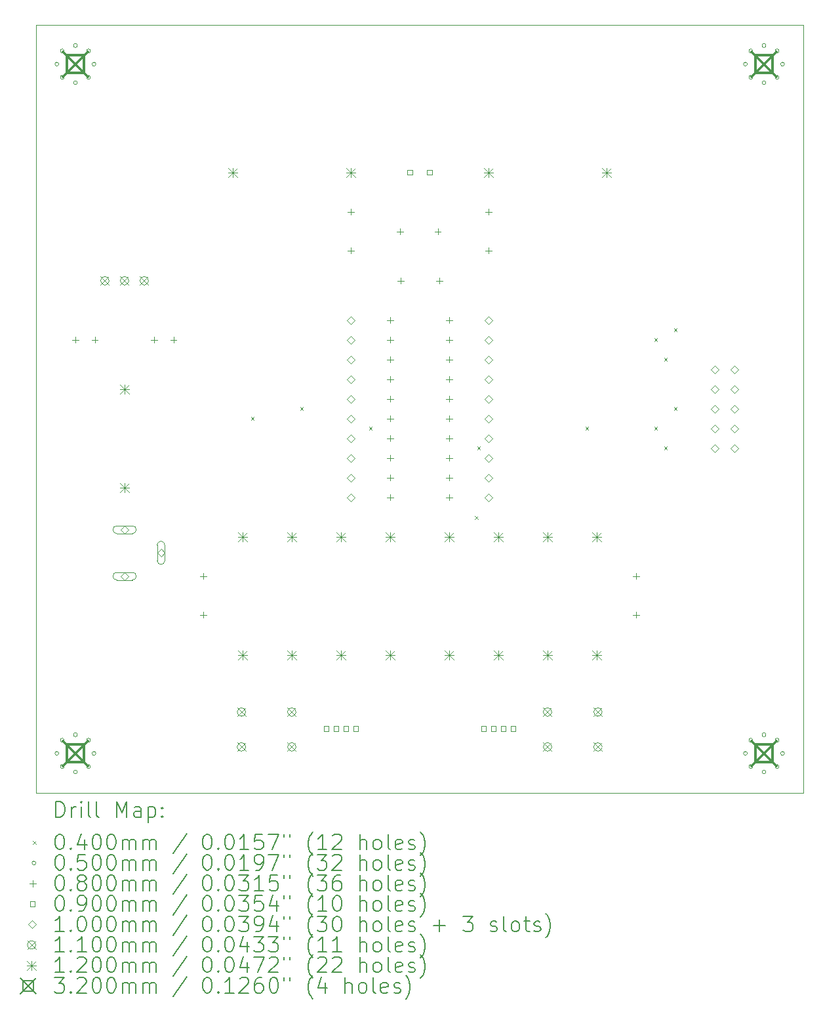
<source format=gbr>
%TF.GenerationSoftware,KiCad,Pcbnew,7.0.10*%
%TF.CreationDate,2024-02-15T20:22:21+01:00*%
%TF.ProjectId,at90s1200,61743930-7331-4323-9030-2e6b69636164,V1.0*%
%TF.SameCoordinates,Original*%
%TF.FileFunction,Drillmap*%
%TF.FilePolarity,Positive*%
%FSLAX45Y45*%
G04 Gerber Fmt 4.5, Leading zero omitted, Abs format (unit mm)*
G04 Created by KiCad (PCBNEW 7.0.10) date 2024-02-15 20:22:21*
%MOMM*%
%LPD*%
G01*
G04 APERTURE LIST*
%ADD10C,0.050000*%
%ADD11C,0.200000*%
%ADD12C,0.100000*%
%ADD13C,0.110000*%
%ADD14C,0.120000*%
%ADD15C,0.320000*%
G04 APERTURE END LIST*
D10*
X9652000Y-15875000D02*
X9652000Y-5969000D01*
X19558000Y-5969000D02*
X19558000Y-15875000D01*
X9652000Y-5969000D02*
X19558000Y-5969000D01*
X19558000Y-15875000D02*
X9652000Y-15875000D01*
D11*
D12*
X12426000Y-11029000D02*
X12466000Y-11069000D01*
X12466000Y-11029000D02*
X12426000Y-11069000D01*
X13061000Y-10902000D02*
X13101000Y-10942000D01*
X13101000Y-10902000D02*
X13061000Y-10942000D01*
X13950000Y-11156000D02*
X13990000Y-11196000D01*
X13990000Y-11156000D02*
X13950000Y-11196000D01*
X15319219Y-12304437D02*
X15359219Y-12344437D01*
X15359219Y-12304437D02*
X15319219Y-12344437D01*
X15347000Y-11410000D02*
X15387000Y-11450000D01*
X15387000Y-11410000D02*
X15347000Y-11450000D01*
X16744000Y-11156000D02*
X16784000Y-11196000D01*
X16784000Y-11156000D02*
X16744000Y-11196000D01*
X17633000Y-10013000D02*
X17673000Y-10053000D01*
X17673000Y-10013000D02*
X17633000Y-10053000D01*
X17633000Y-11156000D02*
X17673000Y-11196000D01*
X17673000Y-11156000D02*
X17633000Y-11196000D01*
X17760000Y-10267000D02*
X17800000Y-10307000D01*
X17800000Y-10267000D02*
X17760000Y-10307000D01*
X17760000Y-11410000D02*
X17800000Y-11450000D01*
X17800000Y-11410000D02*
X17760000Y-11450000D01*
X17887000Y-9886000D02*
X17927000Y-9926000D01*
X17927000Y-9886000D02*
X17887000Y-9926000D01*
X17887000Y-10902000D02*
X17927000Y-10942000D01*
X17927000Y-10902000D02*
X17887000Y-10942000D01*
X9945000Y-6477000D02*
G75*
G03*
X9895000Y-6477000I-25000J0D01*
G01*
X9895000Y-6477000D02*
G75*
G03*
X9945000Y-6477000I25000J0D01*
G01*
X9945000Y-15367000D02*
G75*
G03*
X9895000Y-15367000I-25000J0D01*
G01*
X9895000Y-15367000D02*
G75*
G03*
X9945000Y-15367000I25000J0D01*
G01*
X10015294Y-6307294D02*
G75*
G03*
X9965294Y-6307294I-25000J0D01*
G01*
X9965294Y-6307294D02*
G75*
G03*
X10015294Y-6307294I25000J0D01*
G01*
X10015294Y-6646706D02*
G75*
G03*
X9965294Y-6646706I-25000J0D01*
G01*
X9965294Y-6646706D02*
G75*
G03*
X10015294Y-6646706I25000J0D01*
G01*
X10015294Y-15197294D02*
G75*
G03*
X9965294Y-15197294I-25000J0D01*
G01*
X9965294Y-15197294D02*
G75*
G03*
X10015294Y-15197294I25000J0D01*
G01*
X10015294Y-15536706D02*
G75*
G03*
X9965294Y-15536706I-25000J0D01*
G01*
X9965294Y-15536706D02*
G75*
G03*
X10015294Y-15536706I25000J0D01*
G01*
X10185000Y-6237000D02*
G75*
G03*
X10135000Y-6237000I-25000J0D01*
G01*
X10135000Y-6237000D02*
G75*
G03*
X10185000Y-6237000I25000J0D01*
G01*
X10185000Y-6717000D02*
G75*
G03*
X10135000Y-6717000I-25000J0D01*
G01*
X10135000Y-6717000D02*
G75*
G03*
X10185000Y-6717000I25000J0D01*
G01*
X10185000Y-15127000D02*
G75*
G03*
X10135000Y-15127000I-25000J0D01*
G01*
X10135000Y-15127000D02*
G75*
G03*
X10185000Y-15127000I25000J0D01*
G01*
X10185000Y-15607000D02*
G75*
G03*
X10135000Y-15607000I-25000J0D01*
G01*
X10135000Y-15607000D02*
G75*
G03*
X10185000Y-15607000I25000J0D01*
G01*
X10354706Y-6307294D02*
G75*
G03*
X10304706Y-6307294I-25000J0D01*
G01*
X10304706Y-6307294D02*
G75*
G03*
X10354706Y-6307294I25000J0D01*
G01*
X10354706Y-6646706D02*
G75*
G03*
X10304706Y-6646706I-25000J0D01*
G01*
X10304706Y-6646706D02*
G75*
G03*
X10354706Y-6646706I25000J0D01*
G01*
X10354706Y-15197294D02*
G75*
G03*
X10304706Y-15197294I-25000J0D01*
G01*
X10304706Y-15197294D02*
G75*
G03*
X10354706Y-15197294I25000J0D01*
G01*
X10354706Y-15536706D02*
G75*
G03*
X10304706Y-15536706I-25000J0D01*
G01*
X10304706Y-15536706D02*
G75*
G03*
X10354706Y-15536706I25000J0D01*
G01*
X10425000Y-6477000D02*
G75*
G03*
X10375000Y-6477000I-25000J0D01*
G01*
X10375000Y-6477000D02*
G75*
G03*
X10425000Y-6477000I25000J0D01*
G01*
X10425000Y-15367000D02*
G75*
G03*
X10375000Y-15367000I-25000J0D01*
G01*
X10375000Y-15367000D02*
G75*
G03*
X10425000Y-15367000I25000J0D01*
G01*
X18835000Y-6477000D02*
G75*
G03*
X18785000Y-6477000I-25000J0D01*
G01*
X18785000Y-6477000D02*
G75*
G03*
X18835000Y-6477000I25000J0D01*
G01*
X18835000Y-15367000D02*
G75*
G03*
X18785000Y-15367000I-25000J0D01*
G01*
X18785000Y-15367000D02*
G75*
G03*
X18835000Y-15367000I25000J0D01*
G01*
X18905294Y-6307294D02*
G75*
G03*
X18855294Y-6307294I-25000J0D01*
G01*
X18855294Y-6307294D02*
G75*
G03*
X18905294Y-6307294I25000J0D01*
G01*
X18905294Y-6646706D02*
G75*
G03*
X18855294Y-6646706I-25000J0D01*
G01*
X18855294Y-6646706D02*
G75*
G03*
X18905294Y-6646706I25000J0D01*
G01*
X18905294Y-15197294D02*
G75*
G03*
X18855294Y-15197294I-25000J0D01*
G01*
X18855294Y-15197294D02*
G75*
G03*
X18905294Y-15197294I25000J0D01*
G01*
X18905294Y-15536706D02*
G75*
G03*
X18855294Y-15536706I-25000J0D01*
G01*
X18855294Y-15536706D02*
G75*
G03*
X18905294Y-15536706I25000J0D01*
G01*
X19075000Y-6237000D02*
G75*
G03*
X19025000Y-6237000I-25000J0D01*
G01*
X19025000Y-6237000D02*
G75*
G03*
X19075000Y-6237000I25000J0D01*
G01*
X19075000Y-6717000D02*
G75*
G03*
X19025000Y-6717000I-25000J0D01*
G01*
X19025000Y-6717000D02*
G75*
G03*
X19075000Y-6717000I25000J0D01*
G01*
X19075000Y-15127000D02*
G75*
G03*
X19025000Y-15127000I-25000J0D01*
G01*
X19025000Y-15127000D02*
G75*
G03*
X19075000Y-15127000I25000J0D01*
G01*
X19075000Y-15607000D02*
G75*
G03*
X19025000Y-15607000I-25000J0D01*
G01*
X19025000Y-15607000D02*
G75*
G03*
X19075000Y-15607000I25000J0D01*
G01*
X19244706Y-6307294D02*
G75*
G03*
X19194706Y-6307294I-25000J0D01*
G01*
X19194706Y-6307294D02*
G75*
G03*
X19244706Y-6307294I25000J0D01*
G01*
X19244706Y-6646706D02*
G75*
G03*
X19194706Y-6646706I-25000J0D01*
G01*
X19194706Y-6646706D02*
G75*
G03*
X19244706Y-6646706I25000J0D01*
G01*
X19244706Y-15197294D02*
G75*
G03*
X19194706Y-15197294I-25000J0D01*
G01*
X19194706Y-15197294D02*
G75*
G03*
X19244706Y-15197294I25000J0D01*
G01*
X19244706Y-15536706D02*
G75*
G03*
X19194706Y-15536706I-25000J0D01*
G01*
X19194706Y-15536706D02*
G75*
G03*
X19244706Y-15536706I25000J0D01*
G01*
X19315000Y-6477000D02*
G75*
G03*
X19265000Y-6477000I-25000J0D01*
G01*
X19265000Y-6477000D02*
G75*
G03*
X19315000Y-6477000I25000J0D01*
G01*
X19315000Y-15367000D02*
G75*
G03*
X19265000Y-15367000I-25000J0D01*
G01*
X19265000Y-15367000D02*
G75*
G03*
X19315000Y-15367000I25000J0D01*
G01*
X10160000Y-9993000D02*
X10160000Y-10073000D01*
X10120000Y-10033000D02*
X10200000Y-10033000D01*
X10410000Y-9993000D02*
X10410000Y-10073000D01*
X10370000Y-10033000D02*
X10450000Y-10033000D01*
X11176000Y-9993000D02*
X11176000Y-10073000D01*
X11136000Y-10033000D02*
X11216000Y-10033000D01*
X11426000Y-9993000D02*
X11426000Y-10073000D01*
X11386000Y-10033000D02*
X11466000Y-10033000D01*
X11811000Y-13041000D02*
X11811000Y-13121000D01*
X11771000Y-13081000D02*
X11851000Y-13081000D01*
X11811000Y-13541000D02*
X11811000Y-13621000D01*
X11771000Y-13581000D02*
X11851000Y-13581000D01*
X13716000Y-8342000D02*
X13716000Y-8422000D01*
X13676000Y-8382000D02*
X13756000Y-8382000D01*
X13716000Y-8842000D02*
X13716000Y-8922000D01*
X13676000Y-8882000D02*
X13756000Y-8882000D01*
X14224000Y-9739000D02*
X14224000Y-9819000D01*
X14184000Y-9779000D02*
X14264000Y-9779000D01*
X14224000Y-9993000D02*
X14224000Y-10073000D01*
X14184000Y-10033000D02*
X14264000Y-10033000D01*
X14224000Y-10247000D02*
X14224000Y-10327000D01*
X14184000Y-10287000D02*
X14264000Y-10287000D01*
X14224000Y-10501000D02*
X14224000Y-10581000D01*
X14184000Y-10541000D02*
X14264000Y-10541000D01*
X14224000Y-10755000D02*
X14224000Y-10835000D01*
X14184000Y-10795000D02*
X14264000Y-10795000D01*
X14224000Y-11009000D02*
X14224000Y-11089000D01*
X14184000Y-11049000D02*
X14264000Y-11049000D01*
X14224000Y-11263000D02*
X14224000Y-11343000D01*
X14184000Y-11303000D02*
X14264000Y-11303000D01*
X14224000Y-11517000D02*
X14224000Y-11597000D01*
X14184000Y-11557000D02*
X14264000Y-11557000D01*
X14224000Y-11771000D02*
X14224000Y-11851000D01*
X14184000Y-11811000D02*
X14264000Y-11811000D01*
X14224000Y-12025000D02*
X14224000Y-12105000D01*
X14184000Y-12065000D02*
X14264000Y-12065000D01*
X14351000Y-8596000D02*
X14351000Y-8676000D01*
X14311000Y-8636000D02*
X14391000Y-8636000D01*
X14359000Y-9231000D02*
X14359000Y-9311000D01*
X14319000Y-9271000D02*
X14399000Y-9271000D01*
X14839000Y-8596000D02*
X14839000Y-8676000D01*
X14799000Y-8636000D02*
X14879000Y-8636000D01*
X14859000Y-9231000D02*
X14859000Y-9311000D01*
X14819000Y-9271000D02*
X14899000Y-9271000D01*
X14986000Y-9739000D02*
X14986000Y-9819000D01*
X14946000Y-9779000D02*
X15026000Y-9779000D01*
X14986000Y-9993000D02*
X14986000Y-10073000D01*
X14946000Y-10033000D02*
X15026000Y-10033000D01*
X14986000Y-10247000D02*
X14986000Y-10327000D01*
X14946000Y-10287000D02*
X15026000Y-10287000D01*
X14986000Y-10501000D02*
X14986000Y-10581000D01*
X14946000Y-10541000D02*
X15026000Y-10541000D01*
X14986000Y-10755000D02*
X14986000Y-10835000D01*
X14946000Y-10795000D02*
X15026000Y-10795000D01*
X14986000Y-11009000D02*
X14986000Y-11089000D01*
X14946000Y-11049000D02*
X15026000Y-11049000D01*
X14986000Y-11263000D02*
X14986000Y-11343000D01*
X14946000Y-11303000D02*
X15026000Y-11303000D01*
X14986000Y-11517000D02*
X14986000Y-11597000D01*
X14946000Y-11557000D02*
X15026000Y-11557000D01*
X14986000Y-11771000D02*
X14986000Y-11851000D01*
X14946000Y-11811000D02*
X15026000Y-11811000D01*
X14986000Y-12025000D02*
X14986000Y-12105000D01*
X14946000Y-12065000D02*
X15026000Y-12065000D01*
X15494000Y-8342000D02*
X15494000Y-8422000D01*
X15454000Y-8382000D02*
X15534000Y-8382000D01*
X15494000Y-8842000D02*
X15494000Y-8922000D01*
X15454000Y-8882000D02*
X15534000Y-8882000D01*
X17399000Y-13041000D02*
X17399000Y-13121000D01*
X17359000Y-13081000D02*
X17439000Y-13081000D01*
X17399000Y-13541000D02*
X17399000Y-13621000D01*
X17359000Y-13581000D02*
X17439000Y-13581000D01*
X13430320Y-15081320D02*
X13430320Y-15017680D01*
X13366680Y-15017680D01*
X13366680Y-15081320D01*
X13430320Y-15081320D01*
X13557320Y-15081320D02*
X13557320Y-15017680D01*
X13493680Y-15017680D01*
X13493680Y-15081320D01*
X13557320Y-15081320D01*
X13684320Y-15081320D02*
X13684320Y-15017680D01*
X13620680Y-15017680D01*
X13620680Y-15081320D01*
X13684320Y-15081320D01*
X13811320Y-15081320D02*
X13811320Y-15017680D01*
X13747680Y-15017680D01*
X13747680Y-15081320D01*
X13811320Y-15081320D01*
X14509820Y-7905820D02*
X14509820Y-7842180D01*
X14446180Y-7842180D01*
X14446180Y-7905820D01*
X14509820Y-7905820D01*
X14763820Y-7905820D02*
X14763820Y-7842180D01*
X14700180Y-7842180D01*
X14700180Y-7905820D01*
X14763820Y-7905820D01*
X15462320Y-15081320D02*
X15462320Y-15017680D01*
X15398680Y-15017680D01*
X15398680Y-15081320D01*
X15462320Y-15081320D01*
X15589320Y-15081320D02*
X15589320Y-15017680D01*
X15525680Y-15017680D01*
X15525680Y-15081320D01*
X15589320Y-15081320D01*
X15716320Y-15081320D02*
X15716320Y-15017680D01*
X15652680Y-15017680D01*
X15652680Y-15081320D01*
X15716320Y-15081320D01*
X15843320Y-15081320D02*
X15843320Y-15017680D01*
X15779680Y-15017680D01*
X15779680Y-15081320D01*
X15843320Y-15081320D01*
X10795000Y-12531000D02*
X10845000Y-12481000D01*
X10795000Y-12431000D01*
X10745000Y-12481000D01*
X10795000Y-12531000D01*
X10695000Y-12531000D02*
X10895000Y-12531000D01*
X10895000Y-12531000D02*
G75*
G03*
X10895000Y-12431000I0J50000D01*
G01*
X10895000Y-12431000D02*
X10695000Y-12431000D01*
X10695000Y-12431000D02*
G75*
G03*
X10695000Y-12531000I0J-50000D01*
G01*
X10795000Y-13131000D02*
X10845000Y-13081000D01*
X10795000Y-13031000D01*
X10745000Y-13081000D01*
X10795000Y-13131000D01*
X10695000Y-13131000D02*
X10895000Y-13131000D01*
X10895000Y-13131000D02*
G75*
G03*
X10895000Y-13031000I0J50000D01*
G01*
X10895000Y-13031000D02*
X10695000Y-13031000D01*
X10695000Y-13031000D02*
G75*
G03*
X10695000Y-13131000I0J-50000D01*
G01*
X11265000Y-12831000D02*
X11315000Y-12781000D01*
X11265000Y-12731000D01*
X11215000Y-12781000D01*
X11265000Y-12831000D01*
X11315000Y-12881000D02*
X11315000Y-12681000D01*
X11315000Y-12681000D02*
G75*
G03*
X11215000Y-12681000I-50000J0D01*
G01*
X11215000Y-12681000D02*
X11215000Y-12881000D01*
X11215000Y-12881000D02*
G75*
G03*
X11315000Y-12881000I50000J0D01*
G01*
X13716000Y-9829000D02*
X13766000Y-9779000D01*
X13716000Y-9729000D01*
X13666000Y-9779000D01*
X13716000Y-9829000D01*
X13716000Y-10083000D02*
X13766000Y-10033000D01*
X13716000Y-9983000D01*
X13666000Y-10033000D01*
X13716000Y-10083000D01*
X13716000Y-10337000D02*
X13766000Y-10287000D01*
X13716000Y-10237000D01*
X13666000Y-10287000D01*
X13716000Y-10337000D01*
X13716000Y-10591000D02*
X13766000Y-10541000D01*
X13716000Y-10491000D01*
X13666000Y-10541000D01*
X13716000Y-10591000D01*
X13716000Y-10845000D02*
X13766000Y-10795000D01*
X13716000Y-10745000D01*
X13666000Y-10795000D01*
X13716000Y-10845000D01*
X13716000Y-11099000D02*
X13766000Y-11049000D01*
X13716000Y-10999000D01*
X13666000Y-11049000D01*
X13716000Y-11099000D01*
X13716000Y-11353000D02*
X13766000Y-11303000D01*
X13716000Y-11253000D01*
X13666000Y-11303000D01*
X13716000Y-11353000D01*
X13716000Y-11607000D02*
X13766000Y-11557000D01*
X13716000Y-11507000D01*
X13666000Y-11557000D01*
X13716000Y-11607000D01*
X13716000Y-11861000D02*
X13766000Y-11811000D01*
X13716000Y-11761000D01*
X13666000Y-11811000D01*
X13716000Y-11861000D01*
X13716000Y-12115000D02*
X13766000Y-12065000D01*
X13716000Y-12015000D01*
X13666000Y-12065000D01*
X13716000Y-12115000D01*
X15494000Y-9829000D02*
X15544000Y-9779000D01*
X15494000Y-9729000D01*
X15444000Y-9779000D01*
X15494000Y-9829000D01*
X15494000Y-10083000D02*
X15544000Y-10033000D01*
X15494000Y-9983000D01*
X15444000Y-10033000D01*
X15494000Y-10083000D01*
X15494000Y-10337000D02*
X15544000Y-10287000D01*
X15494000Y-10237000D01*
X15444000Y-10287000D01*
X15494000Y-10337000D01*
X15494000Y-10591000D02*
X15544000Y-10541000D01*
X15494000Y-10491000D01*
X15444000Y-10541000D01*
X15494000Y-10591000D01*
X15494000Y-10845000D02*
X15544000Y-10795000D01*
X15494000Y-10745000D01*
X15444000Y-10795000D01*
X15494000Y-10845000D01*
X15494000Y-11099000D02*
X15544000Y-11049000D01*
X15494000Y-10999000D01*
X15444000Y-11049000D01*
X15494000Y-11099000D01*
X15494000Y-11353000D02*
X15544000Y-11303000D01*
X15494000Y-11253000D01*
X15444000Y-11303000D01*
X15494000Y-11353000D01*
X15494000Y-11607000D02*
X15544000Y-11557000D01*
X15494000Y-11507000D01*
X15444000Y-11557000D01*
X15494000Y-11607000D01*
X15494000Y-11861000D02*
X15544000Y-11811000D01*
X15494000Y-11761000D01*
X15444000Y-11811000D01*
X15494000Y-11861000D01*
X15494000Y-12115000D02*
X15544000Y-12065000D01*
X15494000Y-12015000D01*
X15444000Y-12065000D01*
X15494000Y-12115000D01*
X18415000Y-10464000D02*
X18465000Y-10414000D01*
X18415000Y-10364000D01*
X18365000Y-10414000D01*
X18415000Y-10464000D01*
X18415000Y-10718000D02*
X18465000Y-10668000D01*
X18415000Y-10618000D01*
X18365000Y-10668000D01*
X18415000Y-10718000D01*
X18415000Y-10972000D02*
X18465000Y-10922000D01*
X18415000Y-10872000D01*
X18365000Y-10922000D01*
X18415000Y-10972000D01*
X18415000Y-11226000D02*
X18465000Y-11176000D01*
X18415000Y-11126000D01*
X18365000Y-11176000D01*
X18415000Y-11226000D01*
X18415000Y-11480000D02*
X18465000Y-11430000D01*
X18415000Y-11380000D01*
X18365000Y-11430000D01*
X18415000Y-11480000D01*
X18669000Y-10464000D02*
X18719000Y-10414000D01*
X18669000Y-10364000D01*
X18619000Y-10414000D01*
X18669000Y-10464000D01*
X18669000Y-10718000D02*
X18719000Y-10668000D01*
X18669000Y-10618000D01*
X18619000Y-10668000D01*
X18669000Y-10718000D01*
X18669000Y-10972000D02*
X18719000Y-10922000D01*
X18669000Y-10872000D01*
X18619000Y-10922000D01*
X18669000Y-10972000D01*
X18669000Y-11226000D02*
X18719000Y-11176000D01*
X18669000Y-11126000D01*
X18619000Y-11176000D01*
X18669000Y-11226000D01*
X18669000Y-11480000D02*
X18719000Y-11430000D01*
X18669000Y-11380000D01*
X18619000Y-11430000D01*
X18669000Y-11480000D01*
D13*
X10486000Y-9216000D02*
X10596000Y-9326000D01*
X10596000Y-9216000D02*
X10486000Y-9326000D01*
X10596000Y-9271000D02*
G75*
G03*
X10486000Y-9271000I-55000J0D01*
G01*
X10486000Y-9271000D02*
G75*
G03*
X10596000Y-9271000I55000J0D01*
G01*
X10740000Y-9216000D02*
X10850000Y-9326000D01*
X10850000Y-9216000D02*
X10740000Y-9326000D01*
X10850000Y-9271000D02*
G75*
G03*
X10740000Y-9271000I-55000J0D01*
G01*
X10740000Y-9271000D02*
G75*
G03*
X10850000Y-9271000I55000J0D01*
G01*
X10994000Y-9216000D02*
X11104000Y-9326000D01*
X11104000Y-9216000D02*
X10994000Y-9326000D01*
X11104000Y-9271000D02*
G75*
G03*
X10994000Y-9271000I-55000J0D01*
G01*
X10994000Y-9271000D02*
G75*
G03*
X11104000Y-9271000I55000J0D01*
G01*
X12249000Y-14778600D02*
X12359000Y-14888600D01*
X12359000Y-14778600D02*
X12249000Y-14888600D01*
X12359000Y-14833600D02*
G75*
G03*
X12249000Y-14833600I-55000J0D01*
G01*
X12249000Y-14833600D02*
G75*
G03*
X12359000Y-14833600I55000J0D01*
G01*
X12249000Y-15228600D02*
X12359000Y-15338600D01*
X12359000Y-15228600D02*
X12249000Y-15338600D01*
X12359000Y-15283600D02*
G75*
G03*
X12249000Y-15283600I-55000J0D01*
G01*
X12249000Y-15283600D02*
G75*
G03*
X12359000Y-15283600I55000J0D01*
G01*
X12899000Y-14778600D02*
X13009000Y-14888600D01*
X13009000Y-14778600D02*
X12899000Y-14888600D01*
X13009000Y-14833600D02*
G75*
G03*
X12899000Y-14833600I-55000J0D01*
G01*
X12899000Y-14833600D02*
G75*
G03*
X13009000Y-14833600I55000J0D01*
G01*
X12899000Y-15228600D02*
X13009000Y-15338600D01*
X13009000Y-15228600D02*
X12899000Y-15338600D01*
X13009000Y-15283600D02*
G75*
G03*
X12899000Y-15283600I-55000J0D01*
G01*
X12899000Y-15283600D02*
G75*
G03*
X13009000Y-15283600I55000J0D01*
G01*
X16201000Y-14778600D02*
X16311000Y-14888600D01*
X16311000Y-14778600D02*
X16201000Y-14888600D01*
X16311000Y-14833600D02*
G75*
G03*
X16201000Y-14833600I-55000J0D01*
G01*
X16201000Y-14833600D02*
G75*
G03*
X16311000Y-14833600I55000J0D01*
G01*
X16201000Y-15228600D02*
X16311000Y-15338600D01*
X16311000Y-15228600D02*
X16201000Y-15338600D01*
X16311000Y-15283600D02*
G75*
G03*
X16201000Y-15283600I-55000J0D01*
G01*
X16201000Y-15283600D02*
G75*
G03*
X16311000Y-15283600I55000J0D01*
G01*
X16851000Y-14778600D02*
X16961000Y-14888600D01*
X16961000Y-14778600D02*
X16851000Y-14888600D01*
X16961000Y-14833600D02*
G75*
G03*
X16851000Y-14833600I-55000J0D01*
G01*
X16851000Y-14833600D02*
G75*
G03*
X16961000Y-14833600I55000J0D01*
G01*
X16851000Y-15228600D02*
X16961000Y-15338600D01*
X16961000Y-15228600D02*
X16851000Y-15338600D01*
X16961000Y-15283600D02*
G75*
G03*
X16851000Y-15283600I-55000J0D01*
G01*
X16851000Y-15283600D02*
G75*
G03*
X16961000Y-15283600I55000J0D01*
G01*
D14*
X10735000Y-10608000D02*
X10855000Y-10728000D01*
X10855000Y-10608000D02*
X10735000Y-10728000D01*
X10795000Y-10608000D02*
X10795000Y-10728000D01*
X10735000Y-10668000D02*
X10855000Y-10668000D01*
X10735000Y-11878000D02*
X10855000Y-11998000D01*
X10855000Y-11878000D02*
X10735000Y-11998000D01*
X10795000Y-11878000D02*
X10795000Y-11998000D01*
X10735000Y-11938000D02*
X10855000Y-11938000D01*
X12132000Y-7814000D02*
X12252000Y-7934000D01*
X12252000Y-7814000D02*
X12132000Y-7934000D01*
X12192000Y-7814000D02*
X12192000Y-7934000D01*
X12132000Y-7874000D02*
X12252000Y-7874000D01*
X12259000Y-12513000D02*
X12379000Y-12633000D01*
X12379000Y-12513000D02*
X12259000Y-12633000D01*
X12319000Y-12513000D02*
X12319000Y-12633000D01*
X12259000Y-12573000D02*
X12379000Y-12573000D01*
X12259000Y-14037000D02*
X12379000Y-14157000D01*
X12379000Y-14037000D02*
X12259000Y-14157000D01*
X12319000Y-14037000D02*
X12319000Y-14157000D01*
X12259000Y-14097000D02*
X12379000Y-14097000D01*
X12894000Y-12513000D02*
X13014000Y-12633000D01*
X13014000Y-12513000D02*
X12894000Y-12633000D01*
X12954000Y-12513000D02*
X12954000Y-12633000D01*
X12894000Y-12573000D02*
X13014000Y-12573000D01*
X12894000Y-14037000D02*
X13014000Y-14157000D01*
X13014000Y-14037000D02*
X12894000Y-14157000D01*
X12954000Y-14037000D02*
X12954000Y-14157000D01*
X12894000Y-14097000D02*
X13014000Y-14097000D01*
X13529000Y-12513000D02*
X13649000Y-12633000D01*
X13649000Y-12513000D02*
X13529000Y-12633000D01*
X13589000Y-12513000D02*
X13589000Y-12633000D01*
X13529000Y-12573000D02*
X13649000Y-12573000D01*
X13529000Y-14037000D02*
X13649000Y-14157000D01*
X13649000Y-14037000D02*
X13529000Y-14157000D01*
X13589000Y-14037000D02*
X13589000Y-14157000D01*
X13529000Y-14097000D02*
X13649000Y-14097000D01*
X13656000Y-7814000D02*
X13776000Y-7934000D01*
X13776000Y-7814000D02*
X13656000Y-7934000D01*
X13716000Y-7814000D02*
X13716000Y-7934000D01*
X13656000Y-7874000D02*
X13776000Y-7874000D01*
X14164000Y-12513000D02*
X14284000Y-12633000D01*
X14284000Y-12513000D02*
X14164000Y-12633000D01*
X14224000Y-12513000D02*
X14224000Y-12633000D01*
X14164000Y-12573000D02*
X14284000Y-12573000D01*
X14164000Y-14037000D02*
X14284000Y-14157000D01*
X14284000Y-14037000D02*
X14164000Y-14157000D01*
X14224000Y-14037000D02*
X14224000Y-14157000D01*
X14164000Y-14097000D02*
X14284000Y-14097000D01*
X14926000Y-12513000D02*
X15046000Y-12633000D01*
X15046000Y-12513000D02*
X14926000Y-12633000D01*
X14986000Y-12513000D02*
X14986000Y-12633000D01*
X14926000Y-12573000D02*
X15046000Y-12573000D01*
X14926000Y-14037000D02*
X15046000Y-14157000D01*
X15046000Y-14037000D02*
X14926000Y-14157000D01*
X14986000Y-14037000D02*
X14986000Y-14157000D01*
X14926000Y-14097000D02*
X15046000Y-14097000D01*
X15434000Y-7814000D02*
X15554000Y-7934000D01*
X15554000Y-7814000D02*
X15434000Y-7934000D01*
X15494000Y-7814000D02*
X15494000Y-7934000D01*
X15434000Y-7874000D02*
X15554000Y-7874000D01*
X15561000Y-12513000D02*
X15681000Y-12633000D01*
X15681000Y-12513000D02*
X15561000Y-12633000D01*
X15621000Y-12513000D02*
X15621000Y-12633000D01*
X15561000Y-12573000D02*
X15681000Y-12573000D01*
X15561000Y-14037000D02*
X15681000Y-14157000D01*
X15681000Y-14037000D02*
X15561000Y-14157000D01*
X15621000Y-14037000D02*
X15621000Y-14157000D01*
X15561000Y-14097000D02*
X15681000Y-14097000D01*
X16196000Y-12513000D02*
X16316000Y-12633000D01*
X16316000Y-12513000D02*
X16196000Y-12633000D01*
X16256000Y-12513000D02*
X16256000Y-12633000D01*
X16196000Y-12573000D02*
X16316000Y-12573000D01*
X16196000Y-14037000D02*
X16316000Y-14157000D01*
X16316000Y-14037000D02*
X16196000Y-14157000D01*
X16256000Y-14037000D02*
X16256000Y-14157000D01*
X16196000Y-14097000D02*
X16316000Y-14097000D01*
X16831000Y-12513000D02*
X16951000Y-12633000D01*
X16951000Y-12513000D02*
X16831000Y-12633000D01*
X16891000Y-12513000D02*
X16891000Y-12633000D01*
X16831000Y-12573000D02*
X16951000Y-12573000D01*
X16831000Y-14037000D02*
X16951000Y-14157000D01*
X16951000Y-14037000D02*
X16831000Y-14157000D01*
X16891000Y-14037000D02*
X16891000Y-14157000D01*
X16831000Y-14097000D02*
X16951000Y-14097000D01*
X16958000Y-7814000D02*
X17078000Y-7934000D01*
X17078000Y-7814000D02*
X16958000Y-7934000D01*
X17018000Y-7814000D02*
X17018000Y-7934000D01*
X16958000Y-7874000D02*
X17078000Y-7874000D01*
D15*
X10000000Y-6317000D02*
X10320000Y-6637000D01*
X10320000Y-6317000D02*
X10000000Y-6637000D01*
X10273138Y-6590138D02*
X10273138Y-6363862D01*
X10046862Y-6363862D01*
X10046862Y-6590138D01*
X10273138Y-6590138D01*
X10000000Y-15207000D02*
X10320000Y-15527000D01*
X10320000Y-15207000D02*
X10000000Y-15527000D01*
X10273138Y-15480138D02*
X10273138Y-15253862D01*
X10046862Y-15253862D01*
X10046862Y-15480138D01*
X10273138Y-15480138D01*
X18890000Y-6317000D02*
X19210000Y-6637000D01*
X19210000Y-6317000D02*
X18890000Y-6637000D01*
X19163138Y-6590138D02*
X19163138Y-6363862D01*
X18936862Y-6363862D01*
X18936862Y-6590138D01*
X19163138Y-6590138D01*
X18890000Y-15207000D02*
X19210000Y-15527000D01*
X19210000Y-15207000D02*
X18890000Y-15527000D01*
X19163138Y-15480138D02*
X19163138Y-15253862D01*
X18936862Y-15253862D01*
X18936862Y-15480138D01*
X19163138Y-15480138D01*
D11*
X9910277Y-16188984D02*
X9910277Y-15988984D01*
X9910277Y-15988984D02*
X9957896Y-15988984D01*
X9957896Y-15988984D02*
X9986467Y-15998508D01*
X9986467Y-15998508D02*
X10005515Y-16017555D01*
X10005515Y-16017555D02*
X10015039Y-16036603D01*
X10015039Y-16036603D02*
X10024563Y-16074698D01*
X10024563Y-16074698D02*
X10024563Y-16103269D01*
X10024563Y-16103269D02*
X10015039Y-16141365D01*
X10015039Y-16141365D02*
X10005515Y-16160412D01*
X10005515Y-16160412D02*
X9986467Y-16179460D01*
X9986467Y-16179460D02*
X9957896Y-16188984D01*
X9957896Y-16188984D02*
X9910277Y-16188984D01*
X10110277Y-16188984D02*
X10110277Y-16055650D01*
X10110277Y-16093746D02*
X10119801Y-16074698D01*
X10119801Y-16074698D02*
X10129324Y-16065174D01*
X10129324Y-16065174D02*
X10148372Y-16055650D01*
X10148372Y-16055650D02*
X10167420Y-16055650D01*
X10234086Y-16188984D02*
X10234086Y-16055650D01*
X10234086Y-15988984D02*
X10224563Y-15998508D01*
X10224563Y-15998508D02*
X10234086Y-16008031D01*
X10234086Y-16008031D02*
X10243610Y-15998508D01*
X10243610Y-15998508D02*
X10234086Y-15988984D01*
X10234086Y-15988984D02*
X10234086Y-16008031D01*
X10357896Y-16188984D02*
X10338848Y-16179460D01*
X10338848Y-16179460D02*
X10329324Y-16160412D01*
X10329324Y-16160412D02*
X10329324Y-15988984D01*
X10462658Y-16188984D02*
X10443610Y-16179460D01*
X10443610Y-16179460D02*
X10434086Y-16160412D01*
X10434086Y-16160412D02*
X10434086Y-15988984D01*
X10691229Y-16188984D02*
X10691229Y-15988984D01*
X10691229Y-15988984D02*
X10757896Y-16131841D01*
X10757896Y-16131841D02*
X10824563Y-15988984D01*
X10824563Y-15988984D02*
X10824563Y-16188984D01*
X11005515Y-16188984D02*
X11005515Y-16084222D01*
X11005515Y-16084222D02*
X10995991Y-16065174D01*
X10995991Y-16065174D02*
X10976944Y-16055650D01*
X10976944Y-16055650D02*
X10938848Y-16055650D01*
X10938848Y-16055650D02*
X10919801Y-16065174D01*
X11005515Y-16179460D02*
X10986467Y-16188984D01*
X10986467Y-16188984D02*
X10938848Y-16188984D01*
X10938848Y-16188984D02*
X10919801Y-16179460D01*
X10919801Y-16179460D02*
X10910277Y-16160412D01*
X10910277Y-16160412D02*
X10910277Y-16141365D01*
X10910277Y-16141365D02*
X10919801Y-16122317D01*
X10919801Y-16122317D02*
X10938848Y-16112793D01*
X10938848Y-16112793D02*
X10986467Y-16112793D01*
X10986467Y-16112793D02*
X11005515Y-16103269D01*
X11100753Y-16055650D02*
X11100753Y-16255650D01*
X11100753Y-16065174D02*
X11119801Y-16055650D01*
X11119801Y-16055650D02*
X11157896Y-16055650D01*
X11157896Y-16055650D02*
X11176944Y-16065174D01*
X11176944Y-16065174D02*
X11186467Y-16074698D01*
X11186467Y-16074698D02*
X11195991Y-16093746D01*
X11195991Y-16093746D02*
X11195991Y-16150888D01*
X11195991Y-16150888D02*
X11186467Y-16169936D01*
X11186467Y-16169936D02*
X11176944Y-16179460D01*
X11176944Y-16179460D02*
X11157896Y-16188984D01*
X11157896Y-16188984D02*
X11119801Y-16188984D01*
X11119801Y-16188984D02*
X11100753Y-16179460D01*
X11281705Y-16169936D02*
X11291229Y-16179460D01*
X11291229Y-16179460D02*
X11281705Y-16188984D01*
X11281705Y-16188984D02*
X11272182Y-16179460D01*
X11272182Y-16179460D02*
X11281705Y-16169936D01*
X11281705Y-16169936D02*
X11281705Y-16188984D01*
X11281705Y-16065174D02*
X11291229Y-16074698D01*
X11291229Y-16074698D02*
X11281705Y-16084222D01*
X11281705Y-16084222D02*
X11272182Y-16074698D01*
X11272182Y-16074698D02*
X11281705Y-16065174D01*
X11281705Y-16065174D02*
X11281705Y-16084222D01*
D12*
X9609500Y-16497500D02*
X9649500Y-16537500D01*
X9649500Y-16497500D02*
X9609500Y-16537500D01*
D11*
X9948372Y-16408984D02*
X9967420Y-16408984D01*
X9967420Y-16408984D02*
X9986467Y-16418508D01*
X9986467Y-16418508D02*
X9995991Y-16428031D01*
X9995991Y-16428031D02*
X10005515Y-16447079D01*
X10005515Y-16447079D02*
X10015039Y-16485174D01*
X10015039Y-16485174D02*
X10015039Y-16532793D01*
X10015039Y-16532793D02*
X10005515Y-16570888D01*
X10005515Y-16570888D02*
X9995991Y-16589936D01*
X9995991Y-16589936D02*
X9986467Y-16599460D01*
X9986467Y-16599460D02*
X9967420Y-16608984D01*
X9967420Y-16608984D02*
X9948372Y-16608984D01*
X9948372Y-16608984D02*
X9929324Y-16599460D01*
X9929324Y-16599460D02*
X9919801Y-16589936D01*
X9919801Y-16589936D02*
X9910277Y-16570888D01*
X9910277Y-16570888D02*
X9900753Y-16532793D01*
X9900753Y-16532793D02*
X9900753Y-16485174D01*
X9900753Y-16485174D02*
X9910277Y-16447079D01*
X9910277Y-16447079D02*
X9919801Y-16428031D01*
X9919801Y-16428031D02*
X9929324Y-16418508D01*
X9929324Y-16418508D02*
X9948372Y-16408984D01*
X10100753Y-16589936D02*
X10110277Y-16599460D01*
X10110277Y-16599460D02*
X10100753Y-16608984D01*
X10100753Y-16608984D02*
X10091229Y-16599460D01*
X10091229Y-16599460D02*
X10100753Y-16589936D01*
X10100753Y-16589936D02*
X10100753Y-16608984D01*
X10281705Y-16475650D02*
X10281705Y-16608984D01*
X10234086Y-16399460D02*
X10186467Y-16542317D01*
X10186467Y-16542317D02*
X10310277Y-16542317D01*
X10424563Y-16408984D02*
X10443610Y-16408984D01*
X10443610Y-16408984D02*
X10462658Y-16418508D01*
X10462658Y-16418508D02*
X10472182Y-16428031D01*
X10472182Y-16428031D02*
X10481705Y-16447079D01*
X10481705Y-16447079D02*
X10491229Y-16485174D01*
X10491229Y-16485174D02*
X10491229Y-16532793D01*
X10491229Y-16532793D02*
X10481705Y-16570888D01*
X10481705Y-16570888D02*
X10472182Y-16589936D01*
X10472182Y-16589936D02*
X10462658Y-16599460D01*
X10462658Y-16599460D02*
X10443610Y-16608984D01*
X10443610Y-16608984D02*
X10424563Y-16608984D01*
X10424563Y-16608984D02*
X10405515Y-16599460D01*
X10405515Y-16599460D02*
X10395991Y-16589936D01*
X10395991Y-16589936D02*
X10386467Y-16570888D01*
X10386467Y-16570888D02*
X10376944Y-16532793D01*
X10376944Y-16532793D02*
X10376944Y-16485174D01*
X10376944Y-16485174D02*
X10386467Y-16447079D01*
X10386467Y-16447079D02*
X10395991Y-16428031D01*
X10395991Y-16428031D02*
X10405515Y-16418508D01*
X10405515Y-16418508D02*
X10424563Y-16408984D01*
X10615039Y-16408984D02*
X10634086Y-16408984D01*
X10634086Y-16408984D02*
X10653134Y-16418508D01*
X10653134Y-16418508D02*
X10662658Y-16428031D01*
X10662658Y-16428031D02*
X10672182Y-16447079D01*
X10672182Y-16447079D02*
X10681705Y-16485174D01*
X10681705Y-16485174D02*
X10681705Y-16532793D01*
X10681705Y-16532793D02*
X10672182Y-16570888D01*
X10672182Y-16570888D02*
X10662658Y-16589936D01*
X10662658Y-16589936D02*
X10653134Y-16599460D01*
X10653134Y-16599460D02*
X10634086Y-16608984D01*
X10634086Y-16608984D02*
X10615039Y-16608984D01*
X10615039Y-16608984D02*
X10595991Y-16599460D01*
X10595991Y-16599460D02*
X10586467Y-16589936D01*
X10586467Y-16589936D02*
X10576944Y-16570888D01*
X10576944Y-16570888D02*
X10567420Y-16532793D01*
X10567420Y-16532793D02*
X10567420Y-16485174D01*
X10567420Y-16485174D02*
X10576944Y-16447079D01*
X10576944Y-16447079D02*
X10586467Y-16428031D01*
X10586467Y-16428031D02*
X10595991Y-16418508D01*
X10595991Y-16418508D02*
X10615039Y-16408984D01*
X10767420Y-16608984D02*
X10767420Y-16475650D01*
X10767420Y-16494698D02*
X10776944Y-16485174D01*
X10776944Y-16485174D02*
X10795991Y-16475650D01*
X10795991Y-16475650D02*
X10824563Y-16475650D01*
X10824563Y-16475650D02*
X10843610Y-16485174D01*
X10843610Y-16485174D02*
X10853134Y-16504222D01*
X10853134Y-16504222D02*
X10853134Y-16608984D01*
X10853134Y-16504222D02*
X10862658Y-16485174D01*
X10862658Y-16485174D02*
X10881705Y-16475650D01*
X10881705Y-16475650D02*
X10910277Y-16475650D01*
X10910277Y-16475650D02*
X10929325Y-16485174D01*
X10929325Y-16485174D02*
X10938848Y-16504222D01*
X10938848Y-16504222D02*
X10938848Y-16608984D01*
X11034086Y-16608984D02*
X11034086Y-16475650D01*
X11034086Y-16494698D02*
X11043610Y-16485174D01*
X11043610Y-16485174D02*
X11062658Y-16475650D01*
X11062658Y-16475650D02*
X11091229Y-16475650D01*
X11091229Y-16475650D02*
X11110277Y-16485174D01*
X11110277Y-16485174D02*
X11119801Y-16504222D01*
X11119801Y-16504222D02*
X11119801Y-16608984D01*
X11119801Y-16504222D02*
X11129325Y-16485174D01*
X11129325Y-16485174D02*
X11148372Y-16475650D01*
X11148372Y-16475650D02*
X11176944Y-16475650D01*
X11176944Y-16475650D02*
X11195991Y-16485174D01*
X11195991Y-16485174D02*
X11205515Y-16504222D01*
X11205515Y-16504222D02*
X11205515Y-16608984D01*
X11595991Y-16399460D02*
X11424563Y-16656603D01*
X11853134Y-16408984D02*
X11872182Y-16408984D01*
X11872182Y-16408984D02*
X11891229Y-16418508D01*
X11891229Y-16418508D02*
X11900753Y-16428031D01*
X11900753Y-16428031D02*
X11910277Y-16447079D01*
X11910277Y-16447079D02*
X11919801Y-16485174D01*
X11919801Y-16485174D02*
X11919801Y-16532793D01*
X11919801Y-16532793D02*
X11910277Y-16570888D01*
X11910277Y-16570888D02*
X11900753Y-16589936D01*
X11900753Y-16589936D02*
X11891229Y-16599460D01*
X11891229Y-16599460D02*
X11872182Y-16608984D01*
X11872182Y-16608984D02*
X11853134Y-16608984D01*
X11853134Y-16608984D02*
X11834086Y-16599460D01*
X11834086Y-16599460D02*
X11824563Y-16589936D01*
X11824563Y-16589936D02*
X11815039Y-16570888D01*
X11815039Y-16570888D02*
X11805515Y-16532793D01*
X11805515Y-16532793D02*
X11805515Y-16485174D01*
X11805515Y-16485174D02*
X11815039Y-16447079D01*
X11815039Y-16447079D02*
X11824563Y-16428031D01*
X11824563Y-16428031D02*
X11834086Y-16418508D01*
X11834086Y-16418508D02*
X11853134Y-16408984D01*
X12005515Y-16589936D02*
X12015039Y-16599460D01*
X12015039Y-16599460D02*
X12005515Y-16608984D01*
X12005515Y-16608984D02*
X11995991Y-16599460D01*
X11995991Y-16599460D02*
X12005515Y-16589936D01*
X12005515Y-16589936D02*
X12005515Y-16608984D01*
X12138848Y-16408984D02*
X12157896Y-16408984D01*
X12157896Y-16408984D02*
X12176944Y-16418508D01*
X12176944Y-16418508D02*
X12186467Y-16428031D01*
X12186467Y-16428031D02*
X12195991Y-16447079D01*
X12195991Y-16447079D02*
X12205515Y-16485174D01*
X12205515Y-16485174D02*
X12205515Y-16532793D01*
X12205515Y-16532793D02*
X12195991Y-16570888D01*
X12195991Y-16570888D02*
X12186467Y-16589936D01*
X12186467Y-16589936D02*
X12176944Y-16599460D01*
X12176944Y-16599460D02*
X12157896Y-16608984D01*
X12157896Y-16608984D02*
X12138848Y-16608984D01*
X12138848Y-16608984D02*
X12119801Y-16599460D01*
X12119801Y-16599460D02*
X12110277Y-16589936D01*
X12110277Y-16589936D02*
X12100753Y-16570888D01*
X12100753Y-16570888D02*
X12091229Y-16532793D01*
X12091229Y-16532793D02*
X12091229Y-16485174D01*
X12091229Y-16485174D02*
X12100753Y-16447079D01*
X12100753Y-16447079D02*
X12110277Y-16428031D01*
X12110277Y-16428031D02*
X12119801Y-16418508D01*
X12119801Y-16418508D02*
X12138848Y-16408984D01*
X12395991Y-16608984D02*
X12281706Y-16608984D01*
X12338848Y-16608984D02*
X12338848Y-16408984D01*
X12338848Y-16408984D02*
X12319801Y-16437555D01*
X12319801Y-16437555D02*
X12300753Y-16456603D01*
X12300753Y-16456603D02*
X12281706Y-16466127D01*
X12576944Y-16408984D02*
X12481706Y-16408984D01*
X12481706Y-16408984D02*
X12472182Y-16504222D01*
X12472182Y-16504222D02*
X12481706Y-16494698D01*
X12481706Y-16494698D02*
X12500753Y-16485174D01*
X12500753Y-16485174D02*
X12548372Y-16485174D01*
X12548372Y-16485174D02*
X12567420Y-16494698D01*
X12567420Y-16494698D02*
X12576944Y-16504222D01*
X12576944Y-16504222D02*
X12586467Y-16523269D01*
X12586467Y-16523269D02*
X12586467Y-16570888D01*
X12586467Y-16570888D02*
X12576944Y-16589936D01*
X12576944Y-16589936D02*
X12567420Y-16599460D01*
X12567420Y-16599460D02*
X12548372Y-16608984D01*
X12548372Y-16608984D02*
X12500753Y-16608984D01*
X12500753Y-16608984D02*
X12481706Y-16599460D01*
X12481706Y-16599460D02*
X12472182Y-16589936D01*
X12653134Y-16408984D02*
X12786467Y-16408984D01*
X12786467Y-16408984D02*
X12700753Y-16608984D01*
X12853134Y-16408984D02*
X12853134Y-16447079D01*
X12929325Y-16408984D02*
X12929325Y-16447079D01*
X13224563Y-16685174D02*
X13215039Y-16675650D01*
X13215039Y-16675650D02*
X13195991Y-16647079D01*
X13195991Y-16647079D02*
X13186468Y-16628031D01*
X13186468Y-16628031D02*
X13176944Y-16599460D01*
X13176944Y-16599460D02*
X13167420Y-16551841D01*
X13167420Y-16551841D02*
X13167420Y-16513746D01*
X13167420Y-16513746D02*
X13176944Y-16466127D01*
X13176944Y-16466127D02*
X13186468Y-16437555D01*
X13186468Y-16437555D02*
X13195991Y-16418508D01*
X13195991Y-16418508D02*
X13215039Y-16389936D01*
X13215039Y-16389936D02*
X13224563Y-16380412D01*
X13405515Y-16608984D02*
X13291229Y-16608984D01*
X13348372Y-16608984D02*
X13348372Y-16408984D01*
X13348372Y-16408984D02*
X13329325Y-16437555D01*
X13329325Y-16437555D02*
X13310277Y-16456603D01*
X13310277Y-16456603D02*
X13291229Y-16466127D01*
X13481706Y-16428031D02*
X13491229Y-16418508D01*
X13491229Y-16418508D02*
X13510277Y-16408984D01*
X13510277Y-16408984D02*
X13557896Y-16408984D01*
X13557896Y-16408984D02*
X13576944Y-16418508D01*
X13576944Y-16418508D02*
X13586468Y-16428031D01*
X13586468Y-16428031D02*
X13595991Y-16447079D01*
X13595991Y-16447079D02*
X13595991Y-16466127D01*
X13595991Y-16466127D02*
X13586468Y-16494698D01*
X13586468Y-16494698D02*
X13472182Y-16608984D01*
X13472182Y-16608984D02*
X13595991Y-16608984D01*
X13834087Y-16608984D02*
X13834087Y-16408984D01*
X13919801Y-16608984D02*
X13919801Y-16504222D01*
X13919801Y-16504222D02*
X13910277Y-16485174D01*
X13910277Y-16485174D02*
X13891230Y-16475650D01*
X13891230Y-16475650D02*
X13862658Y-16475650D01*
X13862658Y-16475650D02*
X13843610Y-16485174D01*
X13843610Y-16485174D02*
X13834087Y-16494698D01*
X14043610Y-16608984D02*
X14024563Y-16599460D01*
X14024563Y-16599460D02*
X14015039Y-16589936D01*
X14015039Y-16589936D02*
X14005515Y-16570888D01*
X14005515Y-16570888D02*
X14005515Y-16513746D01*
X14005515Y-16513746D02*
X14015039Y-16494698D01*
X14015039Y-16494698D02*
X14024563Y-16485174D01*
X14024563Y-16485174D02*
X14043610Y-16475650D01*
X14043610Y-16475650D02*
X14072182Y-16475650D01*
X14072182Y-16475650D02*
X14091230Y-16485174D01*
X14091230Y-16485174D02*
X14100753Y-16494698D01*
X14100753Y-16494698D02*
X14110277Y-16513746D01*
X14110277Y-16513746D02*
X14110277Y-16570888D01*
X14110277Y-16570888D02*
X14100753Y-16589936D01*
X14100753Y-16589936D02*
X14091230Y-16599460D01*
X14091230Y-16599460D02*
X14072182Y-16608984D01*
X14072182Y-16608984D02*
X14043610Y-16608984D01*
X14224563Y-16608984D02*
X14205515Y-16599460D01*
X14205515Y-16599460D02*
X14195991Y-16580412D01*
X14195991Y-16580412D02*
X14195991Y-16408984D01*
X14376944Y-16599460D02*
X14357896Y-16608984D01*
X14357896Y-16608984D02*
X14319801Y-16608984D01*
X14319801Y-16608984D02*
X14300753Y-16599460D01*
X14300753Y-16599460D02*
X14291230Y-16580412D01*
X14291230Y-16580412D02*
X14291230Y-16504222D01*
X14291230Y-16504222D02*
X14300753Y-16485174D01*
X14300753Y-16485174D02*
X14319801Y-16475650D01*
X14319801Y-16475650D02*
X14357896Y-16475650D01*
X14357896Y-16475650D02*
X14376944Y-16485174D01*
X14376944Y-16485174D02*
X14386468Y-16504222D01*
X14386468Y-16504222D02*
X14386468Y-16523269D01*
X14386468Y-16523269D02*
X14291230Y-16542317D01*
X14462658Y-16599460D02*
X14481706Y-16608984D01*
X14481706Y-16608984D02*
X14519801Y-16608984D01*
X14519801Y-16608984D02*
X14538849Y-16599460D01*
X14538849Y-16599460D02*
X14548372Y-16580412D01*
X14548372Y-16580412D02*
X14548372Y-16570888D01*
X14548372Y-16570888D02*
X14538849Y-16551841D01*
X14538849Y-16551841D02*
X14519801Y-16542317D01*
X14519801Y-16542317D02*
X14491230Y-16542317D01*
X14491230Y-16542317D02*
X14472182Y-16532793D01*
X14472182Y-16532793D02*
X14462658Y-16513746D01*
X14462658Y-16513746D02*
X14462658Y-16504222D01*
X14462658Y-16504222D02*
X14472182Y-16485174D01*
X14472182Y-16485174D02*
X14491230Y-16475650D01*
X14491230Y-16475650D02*
X14519801Y-16475650D01*
X14519801Y-16475650D02*
X14538849Y-16485174D01*
X14615039Y-16685174D02*
X14624563Y-16675650D01*
X14624563Y-16675650D02*
X14643611Y-16647079D01*
X14643611Y-16647079D02*
X14653134Y-16628031D01*
X14653134Y-16628031D02*
X14662658Y-16599460D01*
X14662658Y-16599460D02*
X14672182Y-16551841D01*
X14672182Y-16551841D02*
X14672182Y-16513746D01*
X14672182Y-16513746D02*
X14662658Y-16466127D01*
X14662658Y-16466127D02*
X14653134Y-16437555D01*
X14653134Y-16437555D02*
X14643611Y-16418508D01*
X14643611Y-16418508D02*
X14624563Y-16389936D01*
X14624563Y-16389936D02*
X14615039Y-16380412D01*
D12*
X9649500Y-16781500D02*
G75*
G03*
X9599500Y-16781500I-25000J0D01*
G01*
X9599500Y-16781500D02*
G75*
G03*
X9649500Y-16781500I25000J0D01*
G01*
D11*
X9948372Y-16672984D02*
X9967420Y-16672984D01*
X9967420Y-16672984D02*
X9986467Y-16682508D01*
X9986467Y-16682508D02*
X9995991Y-16692031D01*
X9995991Y-16692031D02*
X10005515Y-16711079D01*
X10005515Y-16711079D02*
X10015039Y-16749174D01*
X10015039Y-16749174D02*
X10015039Y-16796793D01*
X10015039Y-16796793D02*
X10005515Y-16834889D01*
X10005515Y-16834889D02*
X9995991Y-16853936D01*
X9995991Y-16853936D02*
X9986467Y-16863460D01*
X9986467Y-16863460D02*
X9967420Y-16872984D01*
X9967420Y-16872984D02*
X9948372Y-16872984D01*
X9948372Y-16872984D02*
X9929324Y-16863460D01*
X9929324Y-16863460D02*
X9919801Y-16853936D01*
X9919801Y-16853936D02*
X9910277Y-16834889D01*
X9910277Y-16834889D02*
X9900753Y-16796793D01*
X9900753Y-16796793D02*
X9900753Y-16749174D01*
X9900753Y-16749174D02*
X9910277Y-16711079D01*
X9910277Y-16711079D02*
X9919801Y-16692031D01*
X9919801Y-16692031D02*
X9929324Y-16682508D01*
X9929324Y-16682508D02*
X9948372Y-16672984D01*
X10100753Y-16853936D02*
X10110277Y-16863460D01*
X10110277Y-16863460D02*
X10100753Y-16872984D01*
X10100753Y-16872984D02*
X10091229Y-16863460D01*
X10091229Y-16863460D02*
X10100753Y-16853936D01*
X10100753Y-16853936D02*
X10100753Y-16872984D01*
X10291229Y-16672984D02*
X10195991Y-16672984D01*
X10195991Y-16672984D02*
X10186467Y-16768222D01*
X10186467Y-16768222D02*
X10195991Y-16758698D01*
X10195991Y-16758698D02*
X10215039Y-16749174D01*
X10215039Y-16749174D02*
X10262658Y-16749174D01*
X10262658Y-16749174D02*
X10281705Y-16758698D01*
X10281705Y-16758698D02*
X10291229Y-16768222D01*
X10291229Y-16768222D02*
X10300753Y-16787270D01*
X10300753Y-16787270D02*
X10300753Y-16834889D01*
X10300753Y-16834889D02*
X10291229Y-16853936D01*
X10291229Y-16853936D02*
X10281705Y-16863460D01*
X10281705Y-16863460D02*
X10262658Y-16872984D01*
X10262658Y-16872984D02*
X10215039Y-16872984D01*
X10215039Y-16872984D02*
X10195991Y-16863460D01*
X10195991Y-16863460D02*
X10186467Y-16853936D01*
X10424563Y-16672984D02*
X10443610Y-16672984D01*
X10443610Y-16672984D02*
X10462658Y-16682508D01*
X10462658Y-16682508D02*
X10472182Y-16692031D01*
X10472182Y-16692031D02*
X10481705Y-16711079D01*
X10481705Y-16711079D02*
X10491229Y-16749174D01*
X10491229Y-16749174D02*
X10491229Y-16796793D01*
X10491229Y-16796793D02*
X10481705Y-16834889D01*
X10481705Y-16834889D02*
X10472182Y-16853936D01*
X10472182Y-16853936D02*
X10462658Y-16863460D01*
X10462658Y-16863460D02*
X10443610Y-16872984D01*
X10443610Y-16872984D02*
X10424563Y-16872984D01*
X10424563Y-16872984D02*
X10405515Y-16863460D01*
X10405515Y-16863460D02*
X10395991Y-16853936D01*
X10395991Y-16853936D02*
X10386467Y-16834889D01*
X10386467Y-16834889D02*
X10376944Y-16796793D01*
X10376944Y-16796793D02*
X10376944Y-16749174D01*
X10376944Y-16749174D02*
X10386467Y-16711079D01*
X10386467Y-16711079D02*
X10395991Y-16692031D01*
X10395991Y-16692031D02*
X10405515Y-16682508D01*
X10405515Y-16682508D02*
X10424563Y-16672984D01*
X10615039Y-16672984D02*
X10634086Y-16672984D01*
X10634086Y-16672984D02*
X10653134Y-16682508D01*
X10653134Y-16682508D02*
X10662658Y-16692031D01*
X10662658Y-16692031D02*
X10672182Y-16711079D01*
X10672182Y-16711079D02*
X10681705Y-16749174D01*
X10681705Y-16749174D02*
X10681705Y-16796793D01*
X10681705Y-16796793D02*
X10672182Y-16834889D01*
X10672182Y-16834889D02*
X10662658Y-16853936D01*
X10662658Y-16853936D02*
X10653134Y-16863460D01*
X10653134Y-16863460D02*
X10634086Y-16872984D01*
X10634086Y-16872984D02*
X10615039Y-16872984D01*
X10615039Y-16872984D02*
X10595991Y-16863460D01*
X10595991Y-16863460D02*
X10586467Y-16853936D01*
X10586467Y-16853936D02*
X10576944Y-16834889D01*
X10576944Y-16834889D02*
X10567420Y-16796793D01*
X10567420Y-16796793D02*
X10567420Y-16749174D01*
X10567420Y-16749174D02*
X10576944Y-16711079D01*
X10576944Y-16711079D02*
X10586467Y-16692031D01*
X10586467Y-16692031D02*
X10595991Y-16682508D01*
X10595991Y-16682508D02*
X10615039Y-16672984D01*
X10767420Y-16872984D02*
X10767420Y-16739650D01*
X10767420Y-16758698D02*
X10776944Y-16749174D01*
X10776944Y-16749174D02*
X10795991Y-16739650D01*
X10795991Y-16739650D02*
X10824563Y-16739650D01*
X10824563Y-16739650D02*
X10843610Y-16749174D01*
X10843610Y-16749174D02*
X10853134Y-16768222D01*
X10853134Y-16768222D02*
X10853134Y-16872984D01*
X10853134Y-16768222D02*
X10862658Y-16749174D01*
X10862658Y-16749174D02*
X10881705Y-16739650D01*
X10881705Y-16739650D02*
X10910277Y-16739650D01*
X10910277Y-16739650D02*
X10929325Y-16749174D01*
X10929325Y-16749174D02*
X10938848Y-16768222D01*
X10938848Y-16768222D02*
X10938848Y-16872984D01*
X11034086Y-16872984D02*
X11034086Y-16739650D01*
X11034086Y-16758698D02*
X11043610Y-16749174D01*
X11043610Y-16749174D02*
X11062658Y-16739650D01*
X11062658Y-16739650D02*
X11091229Y-16739650D01*
X11091229Y-16739650D02*
X11110277Y-16749174D01*
X11110277Y-16749174D02*
X11119801Y-16768222D01*
X11119801Y-16768222D02*
X11119801Y-16872984D01*
X11119801Y-16768222D02*
X11129325Y-16749174D01*
X11129325Y-16749174D02*
X11148372Y-16739650D01*
X11148372Y-16739650D02*
X11176944Y-16739650D01*
X11176944Y-16739650D02*
X11195991Y-16749174D01*
X11195991Y-16749174D02*
X11205515Y-16768222D01*
X11205515Y-16768222D02*
X11205515Y-16872984D01*
X11595991Y-16663460D02*
X11424563Y-16920603D01*
X11853134Y-16672984D02*
X11872182Y-16672984D01*
X11872182Y-16672984D02*
X11891229Y-16682508D01*
X11891229Y-16682508D02*
X11900753Y-16692031D01*
X11900753Y-16692031D02*
X11910277Y-16711079D01*
X11910277Y-16711079D02*
X11919801Y-16749174D01*
X11919801Y-16749174D02*
X11919801Y-16796793D01*
X11919801Y-16796793D02*
X11910277Y-16834889D01*
X11910277Y-16834889D02*
X11900753Y-16853936D01*
X11900753Y-16853936D02*
X11891229Y-16863460D01*
X11891229Y-16863460D02*
X11872182Y-16872984D01*
X11872182Y-16872984D02*
X11853134Y-16872984D01*
X11853134Y-16872984D02*
X11834086Y-16863460D01*
X11834086Y-16863460D02*
X11824563Y-16853936D01*
X11824563Y-16853936D02*
X11815039Y-16834889D01*
X11815039Y-16834889D02*
X11805515Y-16796793D01*
X11805515Y-16796793D02*
X11805515Y-16749174D01*
X11805515Y-16749174D02*
X11815039Y-16711079D01*
X11815039Y-16711079D02*
X11824563Y-16692031D01*
X11824563Y-16692031D02*
X11834086Y-16682508D01*
X11834086Y-16682508D02*
X11853134Y-16672984D01*
X12005515Y-16853936D02*
X12015039Y-16863460D01*
X12015039Y-16863460D02*
X12005515Y-16872984D01*
X12005515Y-16872984D02*
X11995991Y-16863460D01*
X11995991Y-16863460D02*
X12005515Y-16853936D01*
X12005515Y-16853936D02*
X12005515Y-16872984D01*
X12138848Y-16672984D02*
X12157896Y-16672984D01*
X12157896Y-16672984D02*
X12176944Y-16682508D01*
X12176944Y-16682508D02*
X12186467Y-16692031D01*
X12186467Y-16692031D02*
X12195991Y-16711079D01*
X12195991Y-16711079D02*
X12205515Y-16749174D01*
X12205515Y-16749174D02*
X12205515Y-16796793D01*
X12205515Y-16796793D02*
X12195991Y-16834889D01*
X12195991Y-16834889D02*
X12186467Y-16853936D01*
X12186467Y-16853936D02*
X12176944Y-16863460D01*
X12176944Y-16863460D02*
X12157896Y-16872984D01*
X12157896Y-16872984D02*
X12138848Y-16872984D01*
X12138848Y-16872984D02*
X12119801Y-16863460D01*
X12119801Y-16863460D02*
X12110277Y-16853936D01*
X12110277Y-16853936D02*
X12100753Y-16834889D01*
X12100753Y-16834889D02*
X12091229Y-16796793D01*
X12091229Y-16796793D02*
X12091229Y-16749174D01*
X12091229Y-16749174D02*
X12100753Y-16711079D01*
X12100753Y-16711079D02*
X12110277Y-16692031D01*
X12110277Y-16692031D02*
X12119801Y-16682508D01*
X12119801Y-16682508D02*
X12138848Y-16672984D01*
X12395991Y-16872984D02*
X12281706Y-16872984D01*
X12338848Y-16872984D02*
X12338848Y-16672984D01*
X12338848Y-16672984D02*
X12319801Y-16701555D01*
X12319801Y-16701555D02*
X12300753Y-16720603D01*
X12300753Y-16720603D02*
X12281706Y-16730127D01*
X12491229Y-16872984D02*
X12529325Y-16872984D01*
X12529325Y-16872984D02*
X12548372Y-16863460D01*
X12548372Y-16863460D02*
X12557896Y-16853936D01*
X12557896Y-16853936D02*
X12576944Y-16825365D01*
X12576944Y-16825365D02*
X12586467Y-16787270D01*
X12586467Y-16787270D02*
X12586467Y-16711079D01*
X12586467Y-16711079D02*
X12576944Y-16692031D01*
X12576944Y-16692031D02*
X12567420Y-16682508D01*
X12567420Y-16682508D02*
X12548372Y-16672984D01*
X12548372Y-16672984D02*
X12510277Y-16672984D01*
X12510277Y-16672984D02*
X12491229Y-16682508D01*
X12491229Y-16682508D02*
X12481706Y-16692031D01*
X12481706Y-16692031D02*
X12472182Y-16711079D01*
X12472182Y-16711079D02*
X12472182Y-16758698D01*
X12472182Y-16758698D02*
X12481706Y-16777746D01*
X12481706Y-16777746D02*
X12491229Y-16787270D01*
X12491229Y-16787270D02*
X12510277Y-16796793D01*
X12510277Y-16796793D02*
X12548372Y-16796793D01*
X12548372Y-16796793D02*
X12567420Y-16787270D01*
X12567420Y-16787270D02*
X12576944Y-16777746D01*
X12576944Y-16777746D02*
X12586467Y-16758698D01*
X12653134Y-16672984D02*
X12786467Y-16672984D01*
X12786467Y-16672984D02*
X12700753Y-16872984D01*
X12853134Y-16672984D02*
X12853134Y-16711079D01*
X12929325Y-16672984D02*
X12929325Y-16711079D01*
X13224563Y-16949174D02*
X13215039Y-16939650D01*
X13215039Y-16939650D02*
X13195991Y-16911079D01*
X13195991Y-16911079D02*
X13186468Y-16892031D01*
X13186468Y-16892031D02*
X13176944Y-16863460D01*
X13176944Y-16863460D02*
X13167420Y-16815841D01*
X13167420Y-16815841D02*
X13167420Y-16777746D01*
X13167420Y-16777746D02*
X13176944Y-16730127D01*
X13176944Y-16730127D02*
X13186468Y-16701555D01*
X13186468Y-16701555D02*
X13195991Y-16682508D01*
X13195991Y-16682508D02*
X13215039Y-16653936D01*
X13215039Y-16653936D02*
X13224563Y-16644412D01*
X13281706Y-16672984D02*
X13405515Y-16672984D01*
X13405515Y-16672984D02*
X13338848Y-16749174D01*
X13338848Y-16749174D02*
X13367420Y-16749174D01*
X13367420Y-16749174D02*
X13386468Y-16758698D01*
X13386468Y-16758698D02*
X13395991Y-16768222D01*
X13395991Y-16768222D02*
X13405515Y-16787270D01*
X13405515Y-16787270D02*
X13405515Y-16834889D01*
X13405515Y-16834889D02*
X13395991Y-16853936D01*
X13395991Y-16853936D02*
X13386468Y-16863460D01*
X13386468Y-16863460D02*
X13367420Y-16872984D01*
X13367420Y-16872984D02*
X13310277Y-16872984D01*
X13310277Y-16872984D02*
X13291229Y-16863460D01*
X13291229Y-16863460D02*
X13281706Y-16853936D01*
X13481706Y-16692031D02*
X13491229Y-16682508D01*
X13491229Y-16682508D02*
X13510277Y-16672984D01*
X13510277Y-16672984D02*
X13557896Y-16672984D01*
X13557896Y-16672984D02*
X13576944Y-16682508D01*
X13576944Y-16682508D02*
X13586468Y-16692031D01*
X13586468Y-16692031D02*
X13595991Y-16711079D01*
X13595991Y-16711079D02*
X13595991Y-16730127D01*
X13595991Y-16730127D02*
X13586468Y-16758698D01*
X13586468Y-16758698D02*
X13472182Y-16872984D01*
X13472182Y-16872984D02*
X13595991Y-16872984D01*
X13834087Y-16872984D02*
X13834087Y-16672984D01*
X13919801Y-16872984D02*
X13919801Y-16768222D01*
X13919801Y-16768222D02*
X13910277Y-16749174D01*
X13910277Y-16749174D02*
X13891230Y-16739650D01*
X13891230Y-16739650D02*
X13862658Y-16739650D01*
X13862658Y-16739650D02*
X13843610Y-16749174D01*
X13843610Y-16749174D02*
X13834087Y-16758698D01*
X14043610Y-16872984D02*
X14024563Y-16863460D01*
X14024563Y-16863460D02*
X14015039Y-16853936D01*
X14015039Y-16853936D02*
X14005515Y-16834889D01*
X14005515Y-16834889D02*
X14005515Y-16777746D01*
X14005515Y-16777746D02*
X14015039Y-16758698D01*
X14015039Y-16758698D02*
X14024563Y-16749174D01*
X14024563Y-16749174D02*
X14043610Y-16739650D01*
X14043610Y-16739650D02*
X14072182Y-16739650D01*
X14072182Y-16739650D02*
X14091230Y-16749174D01*
X14091230Y-16749174D02*
X14100753Y-16758698D01*
X14100753Y-16758698D02*
X14110277Y-16777746D01*
X14110277Y-16777746D02*
X14110277Y-16834889D01*
X14110277Y-16834889D02*
X14100753Y-16853936D01*
X14100753Y-16853936D02*
X14091230Y-16863460D01*
X14091230Y-16863460D02*
X14072182Y-16872984D01*
X14072182Y-16872984D02*
X14043610Y-16872984D01*
X14224563Y-16872984D02*
X14205515Y-16863460D01*
X14205515Y-16863460D02*
X14195991Y-16844412D01*
X14195991Y-16844412D02*
X14195991Y-16672984D01*
X14376944Y-16863460D02*
X14357896Y-16872984D01*
X14357896Y-16872984D02*
X14319801Y-16872984D01*
X14319801Y-16872984D02*
X14300753Y-16863460D01*
X14300753Y-16863460D02*
X14291230Y-16844412D01*
X14291230Y-16844412D02*
X14291230Y-16768222D01*
X14291230Y-16768222D02*
X14300753Y-16749174D01*
X14300753Y-16749174D02*
X14319801Y-16739650D01*
X14319801Y-16739650D02*
X14357896Y-16739650D01*
X14357896Y-16739650D02*
X14376944Y-16749174D01*
X14376944Y-16749174D02*
X14386468Y-16768222D01*
X14386468Y-16768222D02*
X14386468Y-16787270D01*
X14386468Y-16787270D02*
X14291230Y-16806317D01*
X14462658Y-16863460D02*
X14481706Y-16872984D01*
X14481706Y-16872984D02*
X14519801Y-16872984D01*
X14519801Y-16872984D02*
X14538849Y-16863460D01*
X14538849Y-16863460D02*
X14548372Y-16844412D01*
X14548372Y-16844412D02*
X14548372Y-16834889D01*
X14548372Y-16834889D02*
X14538849Y-16815841D01*
X14538849Y-16815841D02*
X14519801Y-16806317D01*
X14519801Y-16806317D02*
X14491230Y-16806317D01*
X14491230Y-16806317D02*
X14472182Y-16796793D01*
X14472182Y-16796793D02*
X14462658Y-16777746D01*
X14462658Y-16777746D02*
X14462658Y-16768222D01*
X14462658Y-16768222D02*
X14472182Y-16749174D01*
X14472182Y-16749174D02*
X14491230Y-16739650D01*
X14491230Y-16739650D02*
X14519801Y-16739650D01*
X14519801Y-16739650D02*
X14538849Y-16749174D01*
X14615039Y-16949174D02*
X14624563Y-16939650D01*
X14624563Y-16939650D02*
X14643611Y-16911079D01*
X14643611Y-16911079D02*
X14653134Y-16892031D01*
X14653134Y-16892031D02*
X14662658Y-16863460D01*
X14662658Y-16863460D02*
X14672182Y-16815841D01*
X14672182Y-16815841D02*
X14672182Y-16777746D01*
X14672182Y-16777746D02*
X14662658Y-16730127D01*
X14662658Y-16730127D02*
X14653134Y-16701555D01*
X14653134Y-16701555D02*
X14643611Y-16682508D01*
X14643611Y-16682508D02*
X14624563Y-16653936D01*
X14624563Y-16653936D02*
X14615039Y-16644412D01*
D12*
X9609500Y-17005500D02*
X9609500Y-17085500D01*
X9569500Y-17045500D02*
X9649500Y-17045500D01*
D11*
X9948372Y-16936984D02*
X9967420Y-16936984D01*
X9967420Y-16936984D02*
X9986467Y-16946508D01*
X9986467Y-16946508D02*
X9995991Y-16956031D01*
X9995991Y-16956031D02*
X10005515Y-16975079D01*
X10005515Y-16975079D02*
X10015039Y-17013174D01*
X10015039Y-17013174D02*
X10015039Y-17060793D01*
X10015039Y-17060793D02*
X10005515Y-17098889D01*
X10005515Y-17098889D02*
X9995991Y-17117936D01*
X9995991Y-17117936D02*
X9986467Y-17127460D01*
X9986467Y-17127460D02*
X9967420Y-17136984D01*
X9967420Y-17136984D02*
X9948372Y-17136984D01*
X9948372Y-17136984D02*
X9929324Y-17127460D01*
X9929324Y-17127460D02*
X9919801Y-17117936D01*
X9919801Y-17117936D02*
X9910277Y-17098889D01*
X9910277Y-17098889D02*
X9900753Y-17060793D01*
X9900753Y-17060793D02*
X9900753Y-17013174D01*
X9900753Y-17013174D02*
X9910277Y-16975079D01*
X9910277Y-16975079D02*
X9919801Y-16956031D01*
X9919801Y-16956031D02*
X9929324Y-16946508D01*
X9929324Y-16946508D02*
X9948372Y-16936984D01*
X10100753Y-17117936D02*
X10110277Y-17127460D01*
X10110277Y-17127460D02*
X10100753Y-17136984D01*
X10100753Y-17136984D02*
X10091229Y-17127460D01*
X10091229Y-17127460D02*
X10100753Y-17117936D01*
X10100753Y-17117936D02*
X10100753Y-17136984D01*
X10224563Y-17022698D02*
X10205515Y-17013174D01*
X10205515Y-17013174D02*
X10195991Y-17003650D01*
X10195991Y-17003650D02*
X10186467Y-16984603D01*
X10186467Y-16984603D02*
X10186467Y-16975079D01*
X10186467Y-16975079D02*
X10195991Y-16956031D01*
X10195991Y-16956031D02*
X10205515Y-16946508D01*
X10205515Y-16946508D02*
X10224563Y-16936984D01*
X10224563Y-16936984D02*
X10262658Y-16936984D01*
X10262658Y-16936984D02*
X10281705Y-16946508D01*
X10281705Y-16946508D02*
X10291229Y-16956031D01*
X10291229Y-16956031D02*
X10300753Y-16975079D01*
X10300753Y-16975079D02*
X10300753Y-16984603D01*
X10300753Y-16984603D02*
X10291229Y-17003650D01*
X10291229Y-17003650D02*
X10281705Y-17013174D01*
X10281705Y-17013174D02*
X10262658Y-17022698D01*
X10262658Y-17022698D02*
X10224563Y-17022698D01*
X10224563Y-17022698D02*
X10205515Y-17032222D01*
X10205515Y-17032222D02*
X10195991Y-17041746D01*
X10195991Y-17041746D02*
X10186467Y-17060793D01*
X10186467Y-17060793D02*
X10186467Y-17098889D01*
X10186467Y-17098889D02*
X10195991Y-17117936D01*
X10195991Y-17117936D02*
X10205515Y-17127460D01*
X10205515Y-17127460D02*
X10224563Y-17136984D01*
X10224563Y-17136984D02*
X10262658Y-17136984D01*
X10262658Y-17136984D02*
X10281705Y-17127460D01*
X10281705Y-17127460D02*
X10291229Y-17117936D01*
X10291229Y-17117936D02*
X10300753Y-17098889D01*
X10300753Y-17098889D02*
X10300753Y-17060793D01*
X10300753Y-17060793D02*
X10291229Y-17041746D01*
X10291229Y-17041746D02*
X10281705Y-17032222D01*
X10281705Y-17032222D02*
X10262658Y-17022698D01*
X10424563Y-16936984D02*
X10443610Y-16936984D01*
X10443610Y-16936984D02*
X10462658Y-16946508D01*
X10462658Y-16946508D02*
X10472182Y-16956031D01*
X10472182Y-16956031D02*
X10481705Y-16975079D01*
X10481705Y-16975079D02*
X10491229Y-17013174D01*
X10491229Y-17013174D02*
X10491229Y-17060793D01*
X10491229Y-17060793D02*
X10481705Y-17098889D01*
X10481705Y-17098889D02*
X10472182Y-17117936D01*
X10472182Y-17117936D02*
X10462658Y-17127460D01*
X10462658Y-17127460D02*
X10443610Y-17136984D01*
X10443610Y-17136984D02*
X10424563Y-17136984D01*
X10424563Y-17136984D02*
X10405515Y-17127460D01*
X10405515Y-17127460D02*
X10395991Y-17117936D01*
X10395991Y-17117936D02*
X10386467Y-17098889D01*
X10386467Y-17098889D02*
X10376944Y-17060793D01*
X10376944Y-17060793D02*
X10376944Y-17013174D01*
X10376944Y-17013174D02*
X10386467Y-16975079D01*
X10386467Y-16975079D02*
X10395991Y-16956031D01*
X10395991Y-16956031D02*
X10405515Y-16946508D01*
X10405515Y-16946508D02*
X10424563Y-16936984D01*
X10615039Y-16936984D02*
X10634086Y-16936984D01*
X10634086Y-16936984D02*
X10653134Y-16946508D01*
X10653134Y-16946508D02*
X10662658Y-16956031D01*
X10662658Y-16956031D02*
X10672182Y-16975079D01*
X10672182Y-16975079D02*
X10681705Y-17013174D01*
X10681705Y-17013174D02*
X10681705Y-17060793D01*
X10681705Y-17060793D02*
X10672182Y-17098889D01*
X10672182Y-17098889D02*
X10662658Y-17117936D01*
X10662658Y-17117936D02*
X10653134Y-17127460D01*
X10653134Y-17127460D02*
X10634086Y-17136984D01*
X10634086Y-17136984D02*
X10615039Y-17136984D01*
X10615039Y-17136984D02*
X10595991Y-17127460D01*
X10595991Y-17127460D02*
X10586467Y-17117936D01*
X10586467Y-17117936D02*
X10576944Y-17098889D01*
X10576944Y-17098889D02*
X10567420Y-17060793D01*
X10567420Y-17060793D02*
X10567420Y-17013174D01*
X10567420Y-17013174D02*
X10576944Y-16975079D01*
X10576944Y-16975079D02*
X10586467Y-16956031D01*
X10586467Y-16956031D02*
X10595991Y-16946508D01*
X10595991Y-16946508D02*
X10615039Y-16936984D01*
X10767420Y-17136984D02*
X10767420Y-17003650D01*
X10767420Y-17022698D02*
X10776944Y-17013174D01*
X10776944Y-17013174D02*
X10795991Y-17003650D01*
X10795991Y-17003650D02*
X10824563Y-17003650D01*
X10824563Y-17003650D02*
X10843610Y-17013174D01*
X10843610Y-17013174D02*
X10853134Y-17032222D01*
X10853134Y-17032222D02*
X10853134Y-17136984D01*
X10853134Y-17032222D02*
X10862658Y-17013174D01*
X10862658Y-17013174D02*
X10881705Y-17003650D01*
X10881705Y-17003650D02*
X10910277Y-17003650D01*
X10910277Y-17003650D02*
X10929325Y-17013174D01*
X10929325Y-17013174D02*
X10938848Y-17032222D01*
X10938848Y-17032222D02*
X10938848Y-17136984D01*
X11034086Y-17136984D02*
X11034086Y-17003650D01*
X11034086Y-17022698D02*
X11043610Y-17013174D01*
X11043610Y-17013174D02*
X11062658Y-17003650D01*
X11062658Y-17003650D02*
X11091229Y-17003650D01*
X11091229Y-17003650D02*
X11110277Y-17013174D01*
X11110277Y-17013174D02*
X11119801Y-17032222D01*
X11119801Y-17032222D02*
X11119801Y-17136984D01*
X11119801Y-17032222D02*
X11129325Y-17013174D01*
X11129325Y-17013174D02*
X11148372Y-17003650D01*
X11148372Y-17003650D02*
X11176944Y-17003650D01*
X11176944Y-17003650D02*
X11195991Y-17013174D01*
X11195991Y-17013174D02*
X11205515Y-17032222D01*
X11205515Y-17032222D02*
X11205515Y-17136984D01*
X11595991Y-16927460D02*
X11424563Y-17184603D01*
X11853134Y-16936984D02*
X11872182Y-16936984D01*
X11872182Y-16936984D02*
X11891229Y-16946508D01*
X11891229Y-16946508D02*
X11900753Y-16956031D01*
X11900753Y-16956031D02*
X11910277Y-16975079D01*
X11910277Y-16975079D02*
X11919801Y-17013174D01*
X11919801Y-17013174D02*
X11919801Y-17060793D01*
X11919801Y-17060793D02*
X11910277Y-17098889D01*
X11910277Y-17098889D02*
X11900753Y-17117936D01*
X11900753Y-17117936D02*
X11891229Y-17127460D01*
X11891229Y-17127460D02*
X11872182Y-17136984D01*
X11872182Y-17136984D02*
X11853134Y-17136984D01*
X11853134Y-17136984D02*
X11834086Y-17127460D01*
X11834086Y-17127460D02*
X11824563Y-17117936D01*
X11824563Y-17117936D02*
X11815039Y-17098889D01*
X11815039Y-17098889D02*
X11805515Y-17060793D01*
X11805515Y-17060793D02*
X11805515Y-17013174D01*
X11805515Y-17013174D02*
X11815039Y-16975079D01*
X11815039Y-16975079D02*
X11824563Y-16956031D01*
X11824563Y-16956031D02*
X11834086Y-16946508D01*
X11834086Y-16946508D02*
X11853134Y-16936984D01*
X12005515Y-17117936D02*
X12015039Y-17127460D01*
X12015039Y-17127460D02*
X12005515Y-17136984D01*
X12005515Y-17136984D02*
X11995991Y-17127460D01*
X11995991Y-17127460D02*
X12005515Y-17117936D01*
X12005515Y-17117936D02*
X12005515Y-17136984D01*
X12138848Y-16936984D02*
X12157896Y-16936984D01*
X12157896Y-16936984D02*
X12176944Y-16946508D01*
X12176944Y-16946508D02*
X12186467Y-16956031D01*
X12186467Y-16956031D02*
X12195991Y-16975079D01*
X12195991Y-16975079D02*
X12205515Y-17013174D01*
X12205515Y-17013174D02*
X12205515Y-17060793D01*
X12205515Y-17060793D02*
X12195991Y-17098889D01*
X12195991Y-17098889D02*
X12186467Y-17117936D01*
X12186467Y-17117936D02*
X12176944Y-17127460D01*
X12176944Y-17127460D02*
X12157896Y-17136984D01*
X12157896Y-17136984D02*
X12138848Y-17136984D01*
X12138848Y-17136984D02*
X12119801Y-17127460D01*
X12119801Y-17127460D02*
X12110277Y-17117936D01*
X12110277Y-17117936D02*
X12100753Y-17098889D01*
X12100753Y-17098889D02*
X12091229Y-17060793D01*
X12091229Y-17060793D02*
X12091229Y-17013174D01*
X12091229Y-17013174D02*
X12100753Y-16975079D01*
X12100753Y-16975079D02*
X12110277Y-16956031D01*
X12110277Y-16956031D02*
X12119801Y-16946508D01*
X12119801Y-16946508D02*
X12138848Y-16936984D01*
X12272182Y-16936984D02*
X12395991Y-16936984D01*
X12395991Y-16936984D02*
X12329325Y-17013174D01*
X12329325Y-17013174D02*
X12357896Y-17013174D01*
X12357896Y-17013174D02*
X12376944Y-17022698D01*
X12376944Y-17022698D02*
X12386467Y-17032222D01*
X12386467Y-17032222D02*
X12395991Y-17051270D01*
X12395991Y-17051270D02*
X12395991Y-17098889D01*
X12395991Y-17098889D02*
X12386467Y-17117936D01*
X12386467Y-17117936D02*
X12376944Y-17127460D01*
X12376944Y-17127460D02*
X12357896Y-17136984D01*
X12357896Y-17136984D02*
X12300753Y-17136984D01*
X12300753Y-17136984D02*
X12281706Y-17127460D01*
X12281706Y-17127460D02*
X12272182Y-17117936D01*
X12586467Y-17136984D02*
X12472182Y-17136984D01*
X12529325Y-17136984D02*
X12529325Y-16936984D01*
X12529325Y-16936984D02*
X12510277Y-16965555D01*
X12510277Y-16965555D02*
X12491229Y-16984603D01*
X12491229Y-16984603D02*
X12472182Y-16994127D01*
X12767420Y-16936984D02*
X12672182Y-16936984D01*
X12672182Y-16936984D02*
X12662658Y-17032222D01*
X12662658Y-17032222D02*
X12672182Y-17022698D01*
X12672182Y-17022698D02*
X12691229Y-17013174D01*
X12691229Y-17013174D02*
X12738848Y-17013174D01*
X12738848Y-17013174D02*
X12757896Y-17022698D01*
X12757896Y-17022698D02*
X12767420Y-17032222D01*
X12767420Y-17032222D02*
X12776944Y-17051270D01*
X12776944Y-17051270D02*
X12776944Y-17098889D01*
X12776944Y-17098889D02*
X12767420Y-17117936D01*
X12767420Y-17117936D02*
X12757896Y-17127460D01*
X12757896Y-17127460D02*
X12738848Y-17136984D01*
X12738848Y-17136984D02*
X12691229Y-17136984D01*
X12691229Y-17136984D02*
X12672182Y-17127460D01*
X12672182Y-17127460D02*
X12662658Y-17117936D01*
X12853134Y-16936984D02*
X12853134Y-16975079D01*
X12929325Y-16936984D02*
X12929325Y-16975079D01*
X13224563Y-17213174D02*
X13215039Y-17203650D01*
X13215039Y-17203650D02*
X13195991Y-17175079D01*
X13195991Y-17175079D02*
X13186468Y-17156031D01*
X13186468Y-17156031D02*
X13176944Y-17127460D01*
X13176944Y-17127460D02*
X13167420Y-17079841D01*
X13167420Y-17079841D02*
X13167420Y-17041746D01*
X13167420Y-17041746D02*
X13176944Y-16994127D01*
X13176944Y-16994127D02*
X13186468Y-16965555D01*
X13186468Y-16965555D02*
X13195991Y-16946508D01*
X13195991Y-16946508D02*
X13215039Y-16917936D01*
X13215039Y-16917936D02*
X13224563Y-16908412D01*
X13281706Y-16936984D02*
X13405515Y-16936984D01*
X13405515Y-16936984D02*
X13338848Y-17013174D01*
X13338848Y-17013174D02*
X13367420Y-17013174D01*
X13367420Y-17013174D02*
X13386468Y-17022698D01*
X13386468Y-17022698D02*
X13395991Y-17032222D01*
X13395991Y-17032222D02*
X13405515Y-17051270D01*
X13405515Y-17051270D02*
X13405515Y-17098889D01*
X13405515Y-17098889D02*
X13395991Y-17117936D01*
X13395991Y-17117936D02*
X13386468Y-17127460D01*
X13386468Y-17127460D02*
X13367420Y-17136984D01*
X13367420Y-17136984D02*
X13310277Y-17136984D01*
X13310277Y-17136984D02*
X13291229Y-17127460D01*
X13291229Y-17127460D02*
X13281706Y-17117936D01*
X13576944Y-16936984D02*
X13538848Y-16936984D01*
X13538848Y-16936984D02*
X13519801Y-16946508D01*
X13519801Y-16946508D02*
X13510277Y-16956031D01*
X13510277Y-16956031D02*
X13491229Y-16984603D01*
X13491229Y-16984603D02*
X13481706Y-17022698D01*
X13481706Y-17022698D02*
X13481706Y-17098889D01*
X13481706Y-17098889D02*
X13491229Y-17117936D01*
X13491229Y-17117936D02*
X13500753Y-17127460D01*
X13500753Y-17127460D02*
X13519801Y-17136984D01*
X13519801Y-17136984D02*
X13557896Y-17136984D01*
X13557896Y-17136984D02*
X13576944Y-17127460D01*
X13576944Y-17127460D02*
X13586468Y-17117936D01*
X13586468Y-17117936D02*
X13595991Y-17098889D01*
X13595991Y-17098889D02*
X13595991Y-17051270D01*
X13595991Y-17051270D02*
X13586468Y-17032222D01*
X13586468Y-17032222D02*
X13576944Y-17022698D01*
X13576944Y-17022698D02*
X13557896Y-17013174D01*
X13557896Y-17013174D02*
X13519801Y-17013174D01*
X13519801Y-17013174D02*
X13500753Y-17022698D01*
X13500753Y-17022698D02*
X13491229Y-17032222D01*
X13491229Y-17032222D02*
X13481706Y-17051270D01*
X13834087Y-17136984D02*
X13834087Y-16936984D01*
X13919801Y-17136984D02*
X13919801Y-17032222D01*
X13919801Y-17032222D02*
X13910277Y-17013174D01*
X13910277Y-17013174D02*
X13891230Y-17003650D01*
X13891230Y-17003650D02*
X13862658Y-17003650D01*
X13862658Y-17003650D02*
X13843610Y-17013174D01*
X13843610Y-17013174D02*
X13834087Y-17022698D01*
X14043610Y-17136984D02*
X14024563Y-17127460D01*
X14024563Y-17127460D02*
X14015039Y-17117936D01*
X14015039Y-17117936D02*
X14005515Y-17098889D01*
X14005515Y-17098889D02*
X14005515Y-17041746D01*
X14005515Y-17041746D02*
X14015039Y-17022698D01*
X14015039Y-17022698D02*
X14024563Y-17013174D01*
X14024563Y-17013174D02*
X14043610Y-17003650D01*
X14043610Y-17003650D02*
X14072182Y-17003650D01*
X14072182Y-17003650D02*
X14091230Y-17013174D01*
X14091230Y-17013174D02*
X14100753Y-17022698D01*
X14100753Y-17022698D02*
X14110277Y-17041746D01*
X14110277Y-17041746D02*
X14110277Y-17098889D01*
X14110277Y-17098889D02*
X14100753Y-17117936D01*
X14100753Y-17117936D02*
X14091230Y-17127460D01*
X14091230Y-17127460D02*
X14072182Y-17136984D01*
X14072182Y-17136984D02*
X14043610Y-17136984D01*
X14224563Y-17136984D02*
X14205515Y-17127460D01*
X14205515Y-17127460D02*
X14195991Y-17108412D01*
X14195991Y-17108412D02*
X14195991Y-16936984D01*
X14376944Y-17127460D02*
X14357896Y-17136984D01*
X14357896Y-17136984D02*
X14319801Y-17136984D01*
X14319801Y-17136984D02*
X14300753Y-17127460D01*
X14300753Y-17127460D02*
X14291230Y-17108412D01*
X14291230Y-17108412D02*
X14291230Y-17032222D01*
X14291230Y-17032222D02*
X14300753Y-17013174D01*
X14300753Y-17013174D02*
X14319801Y-17003650D01*
X14319801Y-17003650D02*
X14357896Y-17003650D01*
X14357896Y-17003650D02*
X14376944Y-17013174D01*
X14376944Y-17013174D02*
X14386468Y-17032222D01*
X14386468Y-17032222D02*
X14386468Y-17051270D01*
X14386468Y-17051270D02*
X14291230Y-17070317D01*
X14462658Y-17127460D02*
X14481706Y-17136984D01*
X14481706Y-17136984D02*
X14519801Y-17136984D01*
X14519801Y-17136984D02*
X14538849Y-17127460D01*
X14538849Y-17127460D02*
X14548372Y-17108412D01*
X14548372Y-17108412D02*
X14548372Y-17098889D01*
X14548372Y-17098889D02*
X14538849Y-17079841D01*
X14538849Y-17079841D02*
X14519801Y-17070317D01*
X14519801Y-17070317D02*
X14491230Y-17070317D01*
X14491230Y-17070317D02*
X14472182Y-17060793D01*
X14472182Y-17060793D02*
X14462658Y-17041746D01*
X14462658Y-17041746D02*
X14462658Y-17032222D01*
X14462658Y-17032222D02*
X14472182Y-17013174D01*
X14472182Y-17013174D02*
X14491230Y-17003650D01*
X14491230Y-17003650D02*
X14519801Y-17003650D01*
X14519801Y-17003650D02*
X14538849Y-17013174D01*
X14615039Y-17213174D02*
X14624563Y-17203650D01*
X14624563Y-17203650D02*
X14643611Y-17175079D01*
X14643611Y-17175079D02*
X14653134Y-17156031D01*
X14653134Y-17156031D02*
X14662658Y-17127460D01*
X14662658Y-17127460D02*
X14672182Y-17079841D01*
X14672182Y-17079841D02*
X14672182Y-17041746D01*
X14672182Y-17041746D02*
X14662658Y-16994127D01*
X14662658Y-16994127D02*
X14653134Y-16965555D01*
X14653134Y-16965555D02*
X14643611Y-16946508D01*
X14643611Y-16946508D02*
X14624563Y-16917936D01*
X14624563Y-16917936D02*
X14615039Y-16908412D01*
D12*
X9636320Y-17341320D02*
X9636320Y-17277680D01*
X9572680Y-17277680D01*
X9572680Y-17341320D01*
X9636320Y-17341320D01*
D11*
X9948372Y-17200984D02*
X9967420Y-17200984D01*
X9967420Y-17200984D02*
X9986467Y-17210508D01*
X9986467Y-17210508D02*
X9995991Y-17220031D01*
X9995991Y-17220031D02*
X10005515Y-17239079D01*
X10005515Y-17239079D02*
X10015039Y-17277174D01*
X10015039Y-17277174D02*
X10015039Y-17324793D01*
X10015039Y-17324793D02*
X10005515Y-17362889D01*
X10005515Y-17362889D02*
X9995991Y-17381936D01*
X9995991Y-17381936D02*
X9986467Y-17391460D01*
X9986467Y-17391460D02*
X9967420Y-17400984D01*
X9967420Y-17400984D02*
X9948372Y-17400984D01*
X9948372Y-17400984D02*
X9929324Y-17391460D01*
X9929324Y-17391460D02*
X9919801Y-17381936D01*
X9919801Y-17381936D02*
X9910277Y-17362889D01*
X9910277Y-17362889D02*
X9900753Y-17324793D01*
X9900753Y-17324793D02*
X9900753Y-17277174D01*
X9900753Y-17277174D02*
X9910277Y-17239079D01*
X9910277Y-17239079D02*
X9919801Y-17220031D01*
X9919801Y-17220031D02*
X9929324Y-17210508D01*
X9929324Y-17210508D02*
X9948372Y-17200984D01*
X10100753Y-17381936D02*
X10110277Y-17391460D01*
X10110277Y-17391460D02*
X10100753Y-17400984D01*
X10100753Y-17400984D02*
X10091229Y-17391460D01*
X10091229Y-17391460D02*
X10100753Y-17381936D01*
X10100753Y-17381936D02*
X10100753Y-17400984D01*
X10205515Y-17400984D02*
X10243610Y-17400984D01*
X10243610Y-17400984D02*
X10262658Y-17391460D01*
X10262658Y-17391460D02*
X10272182Y-17381936D01*
X10272182Y-17381936D02*
X10291229Y-17353365D01*
X10291229Y-17353365D02*
X10300753Y-17315270D01*
X10300753Y-17315270D02*
X10300753Y-17239079D01*
X10300753Y-17239079D02*
X10291229Y-17220031D01*
X10291229Y-17220031D02*
X10281705Y-17210508D01*
X10281705Y-17210508D02*
X10262658Y-17200984D01*
X10262658Y-17200984D02*
X10224563Y-17200984D01*
X10224563Y-17200984D02*
X10205515Y-17210508D01*
X10205515Y-17210508D02*
X10195991Y-17220031D01*
X10195991Y-17220031D02*
X10186467Y-17239079D01*
X10186467Y-17239079D02*
X10186467Y-17286698D01*
X10186467Y-17286698D02*
X10195991Y-17305746D01*
X10195991Y-17305746D02*
X10205515Y-17315270D01*
X10205515Y-17315270D02*
X10224563Y-17324793D01*
X10224563Y-17324793D02*
X10262658Y-17324793D01*
X10262658Y-17324793D02*
X10281705Y-17315270D01*
X10281705Y-17315270D02*
X10291229Y-17305746D01*
X10291229Y-17305746D02*
X10300753Y-17286698D01*
X10424563Y-17200984D02*
X10443610Y-17200984D01*
X10443610Y-17200984D02*
X10462658Y-17210508D01*
X10462658Y-17210508D02*
X10472182Y-17220031D01*
X10472182Y-17220031D02*
X10481705Y-17239079D01*
X10481705Y-17239079D02*
X10491229Y-17277174D01*
X10491229Y-17277174D02*
X10491229Y-17324793D01*
X10491229Y-17324793D02*
X10481705Y-17362889D01*
X10481705Y-17362889D02*
X10472182Y-17381936D01*
X10472182Y-17381936D02*
X10462658Y-17391460D01*
X10462658Y-17391460D02*
X10443610Y-17400984D01*
X10443610Y-17400984D02*
X10424563Y-17400984D01*
X10424563Y-17400984D02*
X10405515Y-17391460D01*
X10405515Y-17391460D02*
X10395991Y-17381936D01*
X10395991Y-17381936D02*
X10386467Y-17362889D01*
X10386467Y-17362889D02*
X10376944Y-17324793D01*
X10376944Y-17324793D02*
X10376944Y-17277174D01*
X10376944Y-17277174D02*
X10386467Y-17239079D01*
X10386467Y-17239079D02*
X10395991Y-17220031D01*
X10395991Y-17220031D02*
X10405515Y-17210508D01*
X10405515Y-17210508D02*
X10424563Y-17200984D01*
X10615039Y-17200984D02*
X10634086Y-17200984D01*
X10634086Y-17200984D02*
X10653134Y-17210508D01*
X10653134Y-17210508D02*
X10662658Y-17220031D01*
X10662658Y-17220031D02*
X10672182Y-17239079D01*
X10672182Y-17239079D02*
X10681705Y-17277174D01*
X10681705Y-17277174D02*
X10681705Y-17324793D01*
X10681705Y-17324793D02*
X10672182Y-17362889D01*
X10672182Y-17362889D02*
X10662658Y-17381936D01*
X10662658Y-17381936D02*
X10653134Y-17391460D01*
X10653134Y-17391460D02*
X10634086Y-17400984D01*
X10634086Y-17400984D02*
X10615039Y-17400984D01*
X10615039Y-17400984D02*
X10595991Y-17391460D01*
X10595991Y-17391460D02*
X10586467Y-17381936D01*
X10586467Y-17381936D02*
X10576944Y-17362889D01*
X10576944Y-17362889D02*
X10567420Y-17324793D01*
X10567420Y-17324793D02*
X10567420Y-17277174D01*
X10567420Y-17277174D02*
X10576944Y-17239079D01*
X10576944Y-17239079D02*
X10586467Y-17220031D01*
X10586467Y-17220031D02*
X10595991Y-17210508D01*
X10595991Y-17210508D02*
X10615039Y-17200984D01*
X10767420Y-17400984D02*
X10767420Y-17267650D01*
X10767420Y-17286698D02*
X10776944Y-17277174D01*
X10776944Y-17277174D02*
X10795991Y-17267650D01*
X10795991Y-17267650D02*
X10824563Y-17267650D01*
X10824563Y-17267650D02*
X10843610Y-17277174D01*
X10843610Y-17277174D02*
X10853134Y-17296222D01*
X10853134Y-17296222D02*
X10853134Y-17400984D01*
X10853134Y-17296222D02*
X10862658Y-17277174D01*
X10862658Y-17277174D02*
X10881705Y-17267650D01*
X10881705Y-17267650D02*
X10910277Y-17267650D01*
X10910277Y-17267650D02*
X10929325Y-17277174D01*
X10929325Y-17277174D02*
X10938848Y-17296222D01*
X10938848Y-17296222D02*
X10938848Y-17400984D01*
X11034086Y-17400984D02*
X11034086Y-17267650D01*
X11034086Y-17286698D02*
X11043610Y-17277174D01*
X11043610Y-17277174D02*
X11062658Y-17267650D01*
X11062658Y-17267650D02*
X11091229Y-17267650D01*
X11091229Y-17267650D02*
X11110277Y-17277174D01*
X11110277Y-17277174D02*
X11119801Y-17296222D01*
X11119801Y-17296222D02*
X11119801Y-17400984D01*
X11119801Y-17296222D02*
X11129325Y-17277174D01*
X11129325Y-17277174D02*
X11148372Y-17267650D01*
X11148372Y-17267650D02*
X11176944Y-17267650D01*
X11176944Y-17267650D02*
X11195991Y-17277174D01*
X11195991Y-17277174D02*
X11205515Y-17296222D01*
X11205515Y-17296222D02*
X11205515Y-17400984D01*
X11595991Y-17191460D02*
X11424563Y-17448603D01*
X11853134Y-17200984D02*
X11872182Y-17200984D01*
X11872182Y-17200984D02*
X11891229Y-17210508D01*
X11891229Y-17210508D02*
X11900753Y-17220031D01*
X11900753Y-17220031D02*
X11910277Y-17239079D01*
X11910277Y-17239079D02*
X11919801Y-17277174D01*
X11919801Y-17277174D02*
X11919801Y-17324793D01*
X11919801Y-17324793D02*
X11910277Y-17362889D01*
X11910277Y-17362889D02*
X11900753Y-17381936D01*
X11900753Y-17381936D02*
X11891229Y-17391460D01*
X11891229Y-17391460D02*
X11872182Y-17400984D01*
X11872182Y-17400984D02*
X11853134Y-17400984D01*
X11853134Y-17400984D02*
X11834086Y-17391460D01*
X11834086Y-17391460D02*
X11824563Y-17381936D01*
X11824563Y-17381936D02*
X11815039Y-17362889D01*
X11815039Y-17362889D02*
X11805515Y-17324793D01*
X11805515Y-17324793D02*
X11805515Y-17277174D01*
X11805515Y-17277174D02*
X11815039Y-17239079D01*
X11815039Y-17239079D02*
X11824563Y-17220031D01*
X11824563Y-17220031D02*
X11834086Y-17210508D01*
X11834086Y-17210508D02*
X11853134Y-17200984D01*
X12005515Y-17381936D02*
X12015039Y-17391460D01*
X12015039Y-17391460D02*
X12005515Y-17400984D01*
X12005515Y-17400984D02*
X11995991Y-17391460D01*
X11995991Y-17391460D02*
X12005515Y-17381936D01*
X12005515Y-17381936D02*
X12005515Y-17400984D01*
X12138848Y-17200984D02*
X12157896Y-17200984D01*
X12157896Y-17200984D02*
X12176944Y-17210508D01*
X12176944Y-17210508D02*
X12186467Y-17220031D01*
X12186467Y-17220031D02*
X12195991Y-17239079D01*
X12195991Y-17239079D02*
X12205515Y-17277174D01*
X12205515Y-17277174D02*
X12205515Y-17324793D01*
X12205515Y-17324793D02*
X12195991Y-17362889D01*
X12195991Y-17362889D02*
X12186467Y-17381936D01*
X12186467Y-17381936D02*
X12176944Y-17391460D01*
X12176944Y-17391460D02*
X12157896Y-17400984D01*
X12157896Y-17400984D02*
X12138848Y-17400984D01*
X12138848Y-17400984D02*
X12119801Y-17391460D01*
X12119801Y-17391460D02*
X12110277Y-17381936D01*
X12110277Y-17381936D02*
X12100753Y-17362889D01*
X12100753Y-17362889D02*
X12091229Y-17324793D01*
X12091229Y-17324793D02*
X12091229Y-17277174D01*
X12091229Y-17277174D02*
X12100753Y-17239079D01*
X12100753Y-17239079D02*
X12110277Y-17220031D01*
X12110277Y-17220031D02*
X12119801Y-17210508D01*
X12119801Y-17210508D02*
X12138848Y-17200984D01*
X12272182Y-17200984D02*
X12395991Y-17200984D01*
X12395991Y-17200984D02*
X12329325Y-17277174D01*
X12329325Y-17277174D02*
X12357896Y-17277174D01*
X12357896Y-17277174D02*
X12376944Y-17286698D01*
X12376944Y-17286698D02*
X12386467Y-17296222D01*
X12386467Y-17296222D02*
X12395991Y-17315270D01*
X12395991Y-17315270D02*
X12395991Y-17362889D01*
X12395991Y-17362889D02*
X12386467Y-17381936D01*
X12386467Y-17381936D02*
X12376944Y-17391460D01*
X12376944Y-17391460D02*
X12357896Y-17400984D01*
X12357896Y-17400984D02*
X12300753Y-17400984D01*
X12300753Y-17400984D02*
X12281706Y-17391460D01*
X12281706Y-17391460D02*
X12272182Y-17381936D01*
X12576944Y-17200984D02*
X12481706Y-17200984D01*
X12481706Y-17200984D02*
X12472182Y-17296222D01*
X12472182Y-17296222D02*
X12481706Y-17286698D01*
X12481706Y-17286698D02*
X12500753Y-17277174D01*
X12500753Y-17277174D02*
X12548372Y-17277174D01*
X12548372Y-17277174D02*
X12567420Y-17286698D01*
X12567420Y-17286698D02*
X12576944Y-17296222D01*
X12576944Y-17296222D02*
X12586467Y-17315270D01*
X12586467Y-17315270D02*
X12586467Y-17362889D01*
X12586467Y-17362889D02*
X12576944Y-17381936D01*
X12576944Y-17381936D02*
X12567420Y-17391460D01*
X12567420Y-17391460D02*
X12548372Y-17400984D01*
X12548372Y-17400984D02*
X12500753Y-17400984D01*
X12500753Y-17400984D02*
X12481706Y-17391460D01*
X12481706Y-17391460D02*
X12472182Y-17381936D01*
X12757896Y-17267650D02*
X12757896Y-17400984D01*
X12710277Y-17191460D02*
X12662658Y-17334317D01*
X12662658Y-17334317D02*
X12786467Y-17334317D01*
X12853134Y-17200984D02*
X12853134Y-17239079D01*
X12929325Y-17200984D02*
X12929325Y-17239079D01*
X13224563Y-17477174D02*
X13215039Y-17467650D01*
X13215039Y-17467650D02*
X13195991Y-17439079D01*
X13195991Y-17439079D02*
X13186468Y-17420031D01*
X13186468Y-17420031D02*
X13176944Y-17391460D01*
X13176944Y-17391460D02*
X13167420Y-17343841D01*
X13167420Y-17343841D02*
X13167420Y-17305746D01*
X13167420Y-17305746D02*
X13176944Y-17258127D01*
X13176944Y-17258127D02*
X13186468Y-17229555D01*
X13186468Y-17229555D02*
X13195991Y-17210508D01*
X13195991Y-17210508D02*
X13215039Y-17181936D01*
X13215039Y-17181936D02*
X13224563Y-17172412D01*
X13405515Y-17400984D02*
X13291229Y-17400984D01*
X13348372Y-17400984D02*
X13348372Y-17200984D01*
X13348372Y-17200984D02*
X13329325Y-17229555D01*
X13329325Y-17229555D02*
X13310277Y-17248603D01*
X13310277Y-17248603D02*
X13291229Y-17258127D01*
X13529325Y-17200984D02*
X13548372Y-17200984D01*
X13548372Y-17200984D02*
X13567420Y-17210508D01*
X13567420Y-17210508D02*
X13576944Y-17220031D01*
X13576944Y-17220031D02*
X13586468Y-17239079D01*
X13586468Y-17239079D02*
X13595991Y-17277174D01*
X13595991Y-17277174D02*
X13595991Y-17324793D01*
X13595991Y-17324793D02*
X13586468Y-17362889D01*
X13586468Y-17362889D02*
X13576944Y-17381936D01*
X13576944Y-17381936D02*
X13567420Y-17391460D01*
X13567420Y-17391460D02*
X13548372Y-17400984D01*
X13548372Y-17400984D02*
X13529325Y-17400984D01*
X13529325Y-17400984D02*
X13510277Y-17391460D01*
X13510277Y-17391460D02*
X13500753Y-17381936D01*
X13500753Y-17381936D02*
X13491229Y-17362889D01*
X13491229Y-17362889D02*
X13481706Y-17324793D01*
X13481706Y-17324793D02*
X13481706Y-17277174D01*
X13481706Y-17277174D02*
X13491229Y-17239079D01*
X13491229Y-17239079D02*
X13500753Y-17220031D01*
X13500753Y-17220031D02*
X13510277Y-17210508D01*
X13510277Y-17210508D02*
X13529325Y-17200984D01*
X13834087Y-17400984D02*
X13834087Y-17200984D01*
X13919801Y-17400984D02*
X13919801Y-17296222D01*
X13919801Y-17296222D02*
X13910277Y-17277174D01*
X13910277Y-17277174D02*
X13891230Y-17267650D01*
X13891230Y-17267650D02*
X13862658Y-17267650D01*
X13862658Y-17267650D02*
X13843610Y-17277174D01*
X13843610Y-17277174D02*
X13834087Y-17286698D01*
X14043610Y-17400984D02*
X14024563Y-17391460D01*
X14024563Y-17391460D02*
X14015039Y-17381936D01*
X14015039Y-17381936D02*
X14005515Y-17362889D01*
X14005515Y-17362889D02*
X14005515Y-17305746D01*
X14005515Y-17305746D02*
X14015039Y-17286698D01*
X14015039Y-17286698D02*
X14024563Y-17277174D01*
X14024563Y-17277174D02*
X14043610Y-17267650D01*
X14043610Y-17267650D02*
X14072182Y-17267650D01*
X14072182Y-17267650D02*
X14091230Y-17277174D01*
X14091230Y-17277174D02*
X14100753Y-17286698D01*
X14100753Y-17286698D02*
X14110277Y-17305746D01*
X14110277Y-17305746D02*
X14110277Y-17362889D01*
X14110277Y-17362889D02*
X14100753Y-17381936D01*
X14100753Y-17381936D02*
X14091230Y-17391460D01*
X14091230Y-17391460D02*
X14072182Y-17400984D01*
X14072182Y-17400984D02*
X14043610Y-17400984D01*
X14224563Y-17400984D02*
X14205515Y-17391460D01*
X14205515Y-17391460D02*
X14195991Y-17372412D01*
X14195991Y-17372412D02*
X14195991Y-17200984D01*
X14376944Y-17391460D02*
X14357896Y-17400984D01*
X14357896Y-17400984D02*
X14319801Y-17400984D01*
X14319801Y-17400984D02*
X14300753Y-17391460D01*
X14300753Y-17391460D02*
X14291230Y-17372412D01*
X14291230Y-17372412D02*
X14291230Y-17296222D01*
X14291230Y-17296222D02*
X14300753Y-17277174D01*
X14300753Y-17277174D02*
X14319801Y-17267650D01*
X14319801Y-17267650D02*
X14357896Y-17267650D01*
X14357896Y-17267650D02*
X14376944Y-17277174D01*
X14376944Y-17277174D02*
X14386468Y-17296222D01*
X14386468Y-17296222D02*
X14386468Y-17315270D01*
X14386468Y-17315270D02*
X14291230Y-17334317D01*
X14462658Y-17391460D02*
X14481706Y-17400984D01*
X14481706Y-17400984D02*
X14519801Y-17400984D01*
X14519801Y-17400984D02*
X14538849Y-17391460D01*
X14538849Y-17391460D02*
X14548372Y-17372412D01*
X14548372Y-17372412D02*
X14548372Y-17362889D01*
X14548372Y-17362889D02*
X14538849Y-17343841D01*
X14538849Y-17343841D02*
X14519801Y-17334317D01*
X14519801Y-17334317D02*
X14491230Y-17334317D01*
X14491230Y-17334317D02*
X14472182Y-17324793D01*
X14472182Y-17324793D02*
X14462658Y-17305746D01*
X14462658Y-17305746D02*
X14462658Y-17296222D01*
X14462658Y-17296222D02*
X14472182Y-17277174D01*
X14472182Y-17277174D02*
X14491230Y-17267650D01*
X14491230Y-17267650D02*
X14519801Y-17267650D01*
X14519801Y-17267650D02*
X14538849Y-17277174D01*
X14615039Y-17477174D02*
X14624563Y-17467650D01*
X14624563Y-17467650D02*
X14643611Y-17439079D01*
X14643611Y-17439079D02*
X14653134Y-17420031D01*
X14653134Y-17420031D02*
X14662658Y-17391460D01*
X14662658Y-17391460D02*
X14672182Y-17343841D01*
X14672182Y-17343841D02*
X14672182Y-17305746D01*
X14672182Y-17305746D02*
X14662658Y-17258127D01*
X14662658Y-17258127D02*
X14653134Y-17229555D01*
X14653134Y-17229555D02*
X14643611Y-17210508D01*
X14643611Y-17210508D02*
X14624563Y-17181936D01*
X14624563Y-17181936D02*
X14615039Y-17172412D01*
D12*
X9599500Y-17623500D02*
X9649500Y-17573500D01*
X9599500Y-17523500D01*
X9549500Y-17573500D01*
X9599500Y-17623500D01*
D11*
X10015039Y-17664984D02*
X9900753Y-17664984D01*
X9957896Y-17664984D02*
X9957896Y-17464984D01*
X9957896Y-17464984D02*
X9938848Y-17493555D01*
X9938848Y-17493555D02*
X9919801Y-17512603D01*
X9919801Y-17512603D02*
X9900753Y-17522127D01*
X10100753Y-17645936D02*
X10110277Y-17655460D01*
X10110277Y-17655460D02*
X10100753Y-17664984D01*
X10100753Y-17664984D02*
X10091229Y-17655460D01*
X10091229Y-17655460D02*
X10100753Y-17645936D01*
X10100753Y-17645936D02*
X10100753Y-17664984D01*
X10234086Y-17464984D02*
X10253134Y-17464984D01*
X10253134Y-17464984D02*
X10272182Y-17474508D01*
X10272182Y-17474508D02*
X10281705Y-17484031D01*
X10281705Y-17484031D02*
X10291229Y-17503079D01*
X10291229Y-17503079D02*
X10300753Y-17541174D01*
X10300753Y-17541174D02*
X10300753Y-17588793D01*
X10300753Y-17588793D02*
X10291229Y-17626889D01*
X10291229Y-17626889D02*
X10281705Y-17645936D01*
X10281705Y-17645936D02*
X10272182Y-17655460D01*
X10272182Y-17655460D02*
X10253134Y-17664984D01*
X10253134Y-17664984D02*
X10234086Y-17664984D01*
X10234086Y-17664984D02*
X10215039Y-17655460D01*
X10215039Y-17655460D02*
X10205515Y-17645936D01*
X10205515Y-17645936D02*
X10195991Y-17626889D01*
X10195991Y-17626889D02*
X10186467Y-17588793D01*
X10186467Y-17588793D02*
X10186467Y-17541174D01*
X10186467Y-17541174D02*
X10195991Y-17503079D01*
X10195991Y-17503079D02*
X10205515Y-17484031D01*
X10205515Y-17484031D02*
X10215039Y-17474508D01*
X10215039Y-17474508D02*
X10234086Y-17464984D01*
X10424563Y-17464984D02*
X10443610Y-17464984D01*
X10443610Y-17464984D02*
X10462658Y-17474508D01*
X10462658Y-17474508D02*
X10472182Y-17484031D01*
X10472182Y-17484031D02*
X10481705Y-17503079D01*
X10481705Y-17503079D02*
X10491229Y-17541174D01*
X10491229Y-17541174D02*
X10491229Y-17588793D01*
X10491229Y-17588793D02*
X10481705Y-17626889D01*
X10481705Y-17626889D02*
X10472182Y-17645936D01*
X10472182Y-17645936D02*
X10462658Y-17655460D01*
X10462658Y-17655460D02*
X10443610Y-17664984D01*
X10443610Y-17664984D02*
X10424563Y-17664984D01*
X10424563Y-17664984D02*
X10405515Y-17655460D01*
X10405515Y-17655460D02*
X10395991Y-17645936D01*
X10395991Y-17645936D02*
X10386467Y-17626889D01*
X10386467Y-17626889D02*
X10376944Y-17588793D01*
X10376944Y-17588793D02*
X10376944Y-17541174D01*
X10376944Y-17541174D02*
X10386467Y-17503079D01*
X10386467Y-17503079D02*
X10395991Y-17484031D01*
X10395991Y-17484031D02*
X10405515Y-17474508D01*
X10405515Y-17474508D02*
X10424563Y-17464984D01*
X10615039Y-17464984D02*
X10634086Y-17464984D01*
X10634086Y-17464984D02*
X10653134Y-17474508D01*
X10653134Y-17474508D02*
X10662658Y-17484031D01*
X10662658Y-17484031D02*
X10672182Y-17503079D01*
X10672182Y-17503079D02*
X10681705Y-17541174D01*
X10681705Y-17541174D02*
X10681705Y-17588793D01*
X10681705Y-17588793D02*
X10672182Y-17626889D01*
X10672182Y-17626889D02*
X10662658Y-17645936D01*
X10662658Y-17645936D02*
X10653134Y-17655460D01*
X10653134Y-17655460D02*
X10634086Y-17664984D01*
X10634086Y-17664984D02*
X10615039Y-17664984D01*
X10615039Y-17664984D02*
X10595991Y-17655460D01*
X10595991Y-17655460D02*
X10586467Y-17645936D01*
X10586467Y-17645936D02*
X10576944Y-17626889D01*
X10576944Y-17626889D02*
X10567420Y-17588793D01*
X10567420Y-17588793D02*
X10567420Y-17541174D01*
X10567420Y-17541174D02*
X10576944Y-17503079D01*
X10576944Y-17503079D02*
X10586467Y-17484031D01*
X10586467Y-17484031D02*
X10595991Y-17474508D01*
X10595991Y-17474508D02*
X10615039Y-17464984D01*
X10767420Y-17664984D02*
X10767420Y-17531650D01*
X10767420Y-17550698D02*
X10776944Y-17541174D01*
X10776944Y-17541174D02*
X10795991Y-17531650D01*
X10795991Y-17531650D02*
X10824563Y-17531650D01*
X10824563Y-17531650D02*
X10843610Y-17541174D01*
X10843610Y-17541174D02*
X10853134Y-17560222D01*
X10853134Y-17560222D02*
X10853134Y-17664984D01*
X10853134Y-17560222D02*
X10862658Y-17541174D01*
X10862658Y-17541174D02*
X10881705Y-17531650D01*
X10881705Y-17531650D02*
X10910277Y-17531650D01*
X10910277Y-17531650D02*
X10929325Y-17541174D01*
X10929325Y-17541174D02*
X10938848Y-17560222D01*
X10938848Y-17560222D02*
X10938848Y-17664984D01*
X11034086Y-17664984D02*
X11034086Y-17531650D01*
X11034086Y-17550698D02*
X11043610Y-17541174D01*
X11043610Y-17541174D02*
X11062658Y-17531650D01*
X11062658Y-17531650D02*
X11091229Y-17531650D01*
X11091229Y-17531650D02*
X11110277Y-17541174D01*
X11110277Y-17541174D02*
X11119801Y-17560222D01*
X11119801Y-17560222D02*
X11119801Y-17664984D01*
X11119801Y-17560222D02*
X11129325Y-17541174D01*
X11129325Y-17541174D02*
X11148372Y-17531650D01*
X11148372Y-17531650D02*
X11176944Y-17531650D01*
X11176944Y-17531650D02*
X11195991Y-17541174D01*
X11195991Y-17541174D02*
X11205515Y-17560222D01*
X11205515Y-17560222D02*
X11205515Y-17664984D01*
X11595991Y-17455460D02*
X11424563Y-17712603D01*
X11853134Y-17464984D02*
X11872182Y-17464984D01*
X11872182Y-17464984D02*
X11891229Y-17474508D01*
X11891229Y-17474508D02*
X11900753Y-17484031D01*
X11900753Y-17484031D02*
X11910277Y-17503079D01*
X11910277Y-17503079D02*
X11919801Y-17541174D01*
X11919801Y-17541174D02*
X11919801Y-17588793D01*
X11919801Y-17588793D02*
X11910277Y-17626889D01*
X11910277Y-17626889D02*
X11900753Y-17645936D01*
X11900753Y-17645936D02*
X11891229Y-17655460D01*
X11891229Y-17655460D02*
X11872182Y-17664984D01*
X11872182Y-17664984D02*
X11853134Y-17664984D01*
X11853134Y-17664984D02*
X11834086Y-17655460D01*
X11834086Y-17655460D02*
X11824563Y-17645936D01*
X11824563Y-17645936D02*
X11815039Y-17626889D01*
X11815039Y-17626889D02*
X11805515Y-17588793D01*
X11805515Y-17588793D02*
X11805515Y-17541174D01*
X11805515Y-17541174D02*
X11815039Y-17503079D01*
X11815039Y-17503079D02*
X11824563Y-17484031D01*
X11824563Y-17484031D02*
X11834086Y-17474508D01*
X11834086Y-17474508D02*
X11853134Y-17464984D01*
X12005515Y-17645936D02*
X12015039Y-17655460D01*
X12015039Y-17655460D02*
X12005515Y-17664984D01*
X12005515Y-17664984D02*
X11995991Y-17655460D01*
X11995991Y-17655460D02*
X12005515Y-17645936D01*
X12005515Y-17645936D02*
X12005515Y-17664984D01*
X12138848Y-17464984D02*
X12157896Y-17464984D01*
X12157896Y-17464984D02*
X12176944Y-17474508D01*
X12176944Y-17474508D02*
X12186467Y-17484031D01*
X12186467Y-17484031D02*
X12195991Y-17503079D01*
X12195991Y-17503079D02*
X12205515Y-17541174D01*
X12205515Y-17541174D02*
X12205515Y-17588793D01*
X12205515Y-17588793D02*
X12195991Y-17626889D01*
X12195991Y-17626889D02*
X12186467Y-17645936D01*
X12186467Y-17645936D02*
X12176944Y-17655460D01*
X12176944Y-17655460D02*
X12157896Y-17664984D01*
X12157896Y-17664984D02*
X12138848Y-17664984D01*
X12138848Y-17664984D02*
X12119801Y-17655460D01*
X12119801Y-17655460D02*
X12110277Y-17645936D01*
X12110277Y-17645936D02*
X12100753Y-17626889D01*
X12100753Y-17626889D02*
X12091229Y-17588793D01*
X12091229Y-17588793D02*
X12091229Y-17541174D01*
X12091229Y-17541174D02*
X12100753Y-17503079D01*
X12100753Y-17503079D02*
X12110277Y-17484031D01*
X12110277Y-17484031D02*
X12119801Y-17474508D01*
X12119801Y-17474508D02*
X12138848Y-17464984D01*
X12272182Y-17464984D02*
X12395991Y-17464984D01*
X12395991Y-17464984D02*
X12329325Y-17541174D01*
X12329325Y-17541174D02*
X12357896Y-17541174D01*
X12357896Y-17541174D02*
X12376944Y-17550698D01*
X12376944Y-17550698D02*
X12386467Y-17560222D01*
X12386467Y-17560222D02*
X12395991Y-17579270D01*
X12395991Y-17579270D02*
X12395991Y-17626889D01*
X12395991Y-17626889D02*
X12386467Y-17645936D01*
X12386467Y-17645936D02*
X12376944Y-17655460D01*
X12376944Y-17655460D02*
X12357896Y-17664984D01*
X12357896Y-17664984D02*
X12300753Y-17664984D01*
X12300753Y-17664984D02*
X12281706Y-17655460D01*
X12281706Y-17655460D02*
X12272182Y-17645936D01*
X12491229Y-17664984D02*
X12529325Y-17664984D01*
X12529325Y-17664984D02*
X12548372Y-17655460D01*
X12548372Y-17655460D02*
X12557896Y-17645936D01*
X12557896Y-17645936D02*
X12576944Y-17617365D01*
X12576944Y-17617365D02*
X12586467Y-17579270D01*
X12586467Y-17579270D02*
X12586467Y-17503079D01*
X12586467Y-17503079D02*
X12576944Y-17484031D01*
X12576944Y-17484031D02*
X12567420Y-17474508D01*
X12567420Y-17474508D02*
X12548372Y-17464984D01*
X12548372Y-17464984D02*
X12510277Y-17464984D01*
X12510277Y-17464984D02*
X12491229Y-17474508D01*
X12491229Y-17474508D02*
X12481706Y-17484031D01*
X12481706Y-17484031D02*
X12472182Y-17503079D01*
X12472182Y-17503079D02*
X12472182Y-17550698D01*
X12472182Y-17550698D02*
X12481706Y-17569746D01*
X12481706Y-17569746D02*
X12491229Y-17579270D01*
X12491229Y-17579270D02*
X12510277Y-17588793D01*
X12510277Y-17588793D02*
X12548372Y-17588793D01*
X12548372Y-17588793D02*
X12567420Y-17579270D01*
X12567420Y-17579270D02*
X12576944Y-17569746D01*
X12576944Y-17569746D02*
X12586467Y-17550698D01*
X12757896Y-17531650D02*
X12757896Y-17664984D01*
X12710277Y-17455460D02*
X12662658Y-17598317D01*
X12662658Y-17598317D02*
X12786467Y-17598317D01*
X12853134Y-17464984D02*
X12853134Y-17503079D01*
X12929325Y-17464984D02*
X12929325Y-17503079D01*
X13224563Y-17741174D02*
X13215039Y-17731650D01*
X13215039Y-17731650D02*
X13195991Y-17703079D01*
X13195991Y-17703079D02*
X13186468Y-17684031D01*
X13186468Y-17684031D02*
X13176944Y-17655460D01*
X13176944Y-17655460D02*
X13167420Y-17607841D01*
X13167420Y-17607841D02*
X13167420Y-17569746D01*
X13167420Y-17569746D02*
X13176944Y-17522127D01*
X13176944Y-17522127D02*
X13186468Y-17493555D01*
X13186468Y-17493555D02*
X13195991Y-17474508D01*
X13195991Y-17474508D02*
X13215039Y-17445936D01*
X13215039Y-17445936D02*
X13224563Y-17436412D01*
X13281706Y-17464984D02*
X13405515Y-17464984D01*
X13405515Y-17464984D02*
X13338848Y-17541174D01*
X13338848Y-17541174D02*
X13367420Y-17541174D01*
X13367420Y-17541174D02*
X13386468Y-17550698D01*
X13386468Y-17550698D02*
X13395991Y-17560222D01*
X13395991Y-17560222D02*
X13405515Y-17579270D01*
X13405515Y-17579270D02*
X13405515Y-17626889D01*
X13405515Y-17626889D02*
X13395991Y-17645936D01*
X13395991Y-17645936D02*
X13386468Y-17655460D01*
X13386468Y-17655460D02*
X13367420Y-17664984D01*
X13367420Y-17664984D02*
X13310277Y-17664984D01*
X13310277Y-17664984D02*
X13291229Y-17655460D01*
X13291229Y-17655460D02*
X13281706Y-17645936D01*
X13529325Y-17464984D02*
X13548372Y-17464984D01*
X13548372Y-17464984D02*
X13567420Y-17474508D01*
X13567420Y-17474508D02*
X13576944Y-17484031D01*
X13576944Y-17484031D02*
X13586468Y-17503079D01*
X13586468Y-17503079D02*
X13595991Y-17541174D01*
X13595991Y-17541174D02*
X13595991Y-17588793D01*
X13595991Y-17588793D02*
X13586468Y-17626889D01*
X13586468Y-17626889D02*
X13576944Y-17645936D01*
X13576944Y-17645936D02*
X13567420Y-17655460D01*
X13567420Y-17655460D02*
X13548372Y-17664984D01*
X13548372Y-17664984D02*
X13529325Y-17664984D01*
X13529325Y-17664984D02*
X13510277Y-17655460D01*
X13510277Y-17655460D02*
X13500753Y-17645936D01*
X13500753Y-17645936D02*
X13491229Y-17626889D01*
X13491229Y-17626889D02*
X13481706Y-17588793D01*
X13481706Y-17588793D02*
X13481706Y-17541174D01*
X13481706Y-17541174D02*
X13491229Y-17503079D01*
X13491229Y-17503079D02*
X13500753Y-17484031D01*
X13500753Y-17484031D02*
X13510277Y-17474508D01*
X13510277Y-17474508D02*
X13529325Y-17464984D01*
X13834087Y-17664984D02*
X13834087Y-17464984D01*
X13919801Y-17664984D02*
X13919801Y-17560222D01*
X13919801Y-17560222D02*
X13910277Y-17541174D01*
X13910277Y-17541174D02*
X13891230Y-17531650D01*
X13891230Y-17531650D02*
X13862658Y-17531650D01*
X13862658Y-17531650D02*
X13843610Y-17541174D01*
X13843610Y-17541174D02*
X13834087Y-17550698D01*
X14043610Y-17664984D02*
X14024563Y-17655460D01*
X14024563Y-17655460D02*
X14015039Y-17645936D01*
X14015039Y-17645936D02*
X14005515Y-17626889D01*
X14005515Y-17626889D02*
X14005515Y-17569746D01*
X14005515Y-17569746D02*
X14015039Y-17550698D01*
X14015039Y-17550698D02*
X14024563Y-17541174D01*
X14024563Y-17541174D02*
X14043610Y-17531650D01*
X14043610Y-17531650D02*
X14072182Y-17531650D01*
X14072182Y-17531650D02*
X14091230Y-17541174D01*
X14091230Y-17541174D02*
X14100753Y-17550698D01*
X14100753Y-17550698D02*
X14110277Y-17569746D01*
X14110277Y-17569746D02*
X14110277Y-17626889D01*
X14110277Y-17626889D02*
X14100753Y-17645936D01*
X14100753Y-17645936D02*
X14091230Y-17655460D01*
X14091230Y-17655460D02*
X14072182Y-17664984D01*
X14072182Y-17664984D02*
X14043610Y-17664984D01*
X14224563Y-17664984D02*
X14205515Y-17655460D01*
X14205515Y-17655460D02*
X14195991Y-17636412D01*
X14195991Y-17636412D02*
X14195991Y-17464984D01*
X14376944Y-17655460D02*
X14357896Y-17664984D01*
X14357896Y-17664984D02*
X14319801Y-17664984D01*
X14319801Y-17664984D02*
X14300753Y-17655460D01*
X14300753Y-17655460D02*
X14291230Y-17636412D01*
X14291230Y-17636412D02*
X14291230Y-17560222D01*
X14291230Y-17560222D02*
X14300753Y-17541174D01*
X14300753Y-17541174D02*
X14319801Y-17531650D01*
X14319801Y-17531650D02*
X14357896Y-17531650D01*
X14357896Y-17531650D02*
X14376944Y-17541174D01*
X14376944Y-17541174D02*
X14386468Y-17560222D01*
X14386468Y-17560222D02*
X14386468Y-17579270D01*
X14386468Y-17579270D02*
X14291230Y-17598317D01*
X14462658Y-17655460D02*
X14481706Y-17664984D01*
X14481706Y-17664984D02*
X14519801Y-17664984D01*
X14519801Y-17664984D02*
X14538849Y-17655460D01*
X14538849Y-17655460D02*
X14548372Y-17636412D01*
X14548372Y-17636412D02*
X14548372Y-17626889D01*
X14548372Y-17626889D02*
X14538849Y-17607841D01*
X14538849Y-17607841D02*
X14519801Y-17598317D01*
X14519801Y-17598317D02*
X14491230Y-17598317D01*
X14491230Y-17598317D02*
X14472182Y-17588793D01*
X14472182Y-17588793D02*
X14462658Y-17569746D01*
X14462658Y-17569746D02*
X14462658Y-17560222D01*
X14462658Y-17560222D02*
X14472182Y-17541174D01*
X14472182Y-17541174D02*
X14491230Y-17531650D01*
X14491230Y-17531650D02*
X14519801Y-17531650D01*
X14519801Y-17531650D02*
X14538849Y-17541174D01*
X14786468Y-17588793D02*
X14938849Y-17588793D01*
X14862658Y-17664984D02*
X14862658Y-17512603D01*
X15167420Y-17464984D02*
X15291230Y-17464984D01*
X15291230Y-17464984D02*
X15224563Y-17541174D01*
X15224563Y-17541174D02*
X15253134Y-17541174D01*
X15253134Y-17541174D02*
X15272182Y-17550698D01*
X15272182Y-17550698D02*
X15281706Y-17560222D01*
X15281706Y-17560222D02*
X15291230Y-17579270D01*
X15291230Y-17579270D02*
X15291230Y-17626889D01*
X15291230Y-17626889D02*
X15281706Y-17645936D01*
X15281706Y-17645936D02*
X15272182Y-17655460D01*
X15272182Y-17655460D02*
X15253134Y-17664984D01*
X15253134Y-17664984D02*
X15195992Y-17664984D01*
X15195992Y-17664984D02*
X15176944Y-17655460D01*
X15176944Y-17655460D02*
X15167420Y-17645936D01*
X15519801Y-17655460D02*
X15538849Y-17664984D01*
X15538849Y-17664984D02*
X15576944Y-17664984D01*
X15576944Y-17664984D02*
X15595992Y-17655460D01*
X15595992Y-17655460D02*
X15605515Y-17636412D01*
X15605515Y-17636412D02*
X15605515Y-17626889D01*
X15605515Y-17626889D02*
X15595992Y-17607841D01*
X15595992Y-17607841D02*
X15576944Y-17598317D01*
X15576944Y-17598317D02*
X15548373Y-17598317D01*
X15548373Y-17598317D02*
X15529325Y-17588793D01*
X15529325Y-17588793D02*
X15519801Y-17569746D01*
X15519801Y-17569746D02*
X15519801Y-17560222D01*
X15519801Y-17560222D02*
X15529325Y-17541174D01*
X15529325Y-17541174D02*
X15548373Y-17531650D01*
X15548373Y-17531650D02*
X15576944Y-17531650D01*
X15576944Y-17531650D02*
X15595992Y-17541174D01*
X15719801Y-17664984D02*
X15700754Y-17655460D01*
X15700754Y-17655460D02*
X15691230Y-17636412D01*
X15691230Y-17636412D02*
X15691230Y-17464984D01*
X15824563Y-17664984D02*
X15805515Y-17655460D01*
X15805515Y-17655460D02*
X15795992Y-17645936D01*
X15795992Y-17645936D02*
X15786468Y-17626889D01*
X15786468Y-17626889D02*
X15786468Y-17569746D01*
X15786468Y-17569746D02*
X15795992Y-17550698D01*
X15795992Y-17550698D02*
X15805515Y-17541174D01*
X15805515Y-17541174D02*
X15824563Y-17531650D01*
X15824563Y-17531650D02*
X15853135Y-17531650D01*
X15853135Y-17531650D02*
X15872182Y-17541174D01*
X15872182Y-17541174D02*
X15881706Y-17550698D01*
X15881706Y-17550698D02*
X15891230Y-17569746D01*
X15891230Y-17569746D02*
X15891230Y-17626889D01*
X15891230Y-17626889D02*
X15881706Y-17645936D01*
X15881706Y-17645936D02*
X15872182Y-17655460D01*
X15872182Y-17655460D02*
X15853135Y-17664984D01*
X15853135Y-17664984D02*
X15824563Y-17664984D01*
X15948373Y-17531650D02*
X16024563Y-17531650D01*
X15976944Y-17464984D02*
X15976944Y-17636412D01*
X15976944Y-17636412D02*
X15986468Y-17655460D01*
X15986468Y-17655460D02*
X16005515Y-17664984D01*
X16005515Y-17664984D02*
X16024563Y-17664984D01*
X16081706Y-17655460D02*
X16100754Y-17664984D01*
X16100754Y-17664984D02*
X16138849Y-17664984D01*
X16138849Y-17664984D02*
X16157896Y-17655460D01*
X16157896Y-17655460D02*
X16167420Y-17636412D01*
X16167420Y-17636412D02*
X16167420Y-17626889D01*
X16167420Y-17626889D02*
X16157896Y-17607841D01*
X16157896Y-17607841D02*
X16138849Y-17598317D01*
X16138849Y-17598317D02*
X16110277Y-17598317D01*
X16110277Y-17598317D02*
X16091230Y-17588793D01*
X16091230Y-17588793D02*
X16081706Y-17569746D01*
X16081706Y-17569746D02*
X16081706Y-17560222D01*
X16081706Y-17560222D02*
X16091230Y-17541174D01*
X16091230Y-17541174D02*
X16110277Y-17531650D01*
X16110277Y-17531650D02*
X16138849Y-17531650D01*
X16138849Y-17531650D02*
X16157896Y-17541174D01*
X16234087Y-17741174D02*
X16243611Y-17731650D01*
X16243611Y-17731650D02*
X16262658Y-17703079D01*
X16262658Y-17703079D02*
X16272182Y-17684031D01*
X16272182Y-17684031D02*
X16281706Y-17655460D01*
X16281706Y-17655460D02*
X16291230Y-17607841D01*
X16291230Y-17607841D02*
X16291230Y-17569746D01*
X16291230Y-17569746D02*
X16281706Y-17522127D01*
X16281706Y-17522127D02*
X16272182Y-17493555D01*
X16272182Y-17493555D02*
X16262658Y-17474508D01*
X16262658Y-17474508D02*
X16243611Y-17445936D01*
X16243611Y-17445936D02*
X16234087Y-17436412D01*
D13*
X9539500Y-17782500D02*
X9649500Y-17892500D01*
X9649500Y-17782500D02*
X9539500Y-17892500D01*
X9649500Y-17837500D02*
G75*
G03*
X9539500Y-17837500I-55000J0D01*
G01*
X9539500Y-17837500D02*
G75*
G03*
X9649500Y-17837500I55000J0D01*
G01*
D11*
X10015039Y-17928984D02*
X9900753Y-17928984D01*
X9957896Y-17928984D02*
X9957896Y-17728984D01*
X9957896Y-17728984D02*
X9938848Y-17757555D01*
X9938848Y-17757555D02*
X9919801Y-17776603D01*
X9919801Y-17776603D02*
X9900753Y-17786127D01*
X10100753Y-17909936D02*
X10110277Y-17919460D01*
X10110277Y-17919460D02*
X10100753Y-17928984D01*
X10100753Y-17928984D02*
X10091229Y-17919460D01*
X10091229Y-17919460D02*
X10100753Y-17909936D01*
X10100753Y-17909936D02*
X10100753Y-17928984D01*
X10300753Y-17928984D02*
X10186467Y-17928984D01*
X10243610Y-17928984D02*
X10243610Y-17728984D01*
X10243610Y-17728984D02*
X10224563Y-17757555D01*
X10224563Y-17757555D02*
X10205515Y-17776603D01*
X10205515Y-17776603D02*
X10186467Y-17786127D01*
X10424563Y-17728984D02*
X10443610Y-17728984D01*
X10443610Y-17728984D02*
X10462658Y-17738508D01*
X10462658Y-17738508D02*
X10472182Y-17748031D01*
X10472182Y-17748031D02*
X10481705Y-17767079D01*
X10481705Y-17767079D02*
X10491229Y-17805174D01*
X10491229Y-17805174D02*
X10491229Y-17852793D01*
X10491229Y-17852793D02*
X10481705Y-17890889D01*
X10481705Y-17890889D02*
X10472182Y-17909936D01*
X10472182Y-17909936D02*
X10462658Y-17919460D01*
X10462658Y-17919460D02*
X10443610Y-17928984D01*
X10443610Y-17928984D02*
X10424563Y-17928984D01*
X10424563Y-17928984D02*
X10405515Y-17919460D01*
X10405515Y-17919460D02*
X10395991Y-17909936D01*
X10395991Y-17909936D02*
X10386467Y-17890889D01*
X10386467Y-17890889D02*
X10376944Y-17852793D01*
X10376944Y-17852793D02*
X10376944Y-17805174D01*
X10376944Y-17805174D02*
X10386467Y-17767079D01*
X10386467Y-17767079D02*
X10395991Y-17748031D01*
X10395991Y-17748031D02*
X10405515Y-17738508D01*
X10405515Y-17738508D02*
X10424563Y-17728984D01*
X10615039Y-17728984D02*
X10634086Y-17728984D01*
X10634086Y-17728984D02*
X10653134Y-17738508D01*
X10653134Y-17738508D02*
X10662658Y-17748031D01*
X10662658Y-17748031D02*
X10672182Y-17767079D01*
X10672182Y-17767079D02*
X10681705Y-17805174D01*
X10681705Y-17805174D02*
X10681705Y-17852793D01*
X10681705Y-17852793D02*
X10672182Y-17890889D01*
X10672182Y-17890889D02*
X10662658Y-17909936D01*
X10662658Y-17909936D02*
X10653134Y-17919460D01*
X10653134Y-17919460D02*
X10634086Y-17928984D01*
X10634086Y-17928984D02*
X10615039Y-17928984D01*
X10615039Y-17928984D02*
X10595991Y-17919460D01*
X10595991Y-17919460D02*
X10586467Y-17909936D01*
X10586467Y-17909936D02*
X10576944Y-17890889D01*
X10576944Y-17890889D02*
X10567420Y-17852793D01*
X10567420Y-17852793D02*
X10567420Y-17805174D01*
X10567420Y-17805174D02*
X10576944Y-17767079D01*
X10576944Y-17767079D02*
X10586467Y-17748031D01*
X10586467Y-17748031D02*
X10595991Y-17738508D01*
X10595991Y-17738508D02*
X10615039Y-17728984D01*
X10767420Y-17928984D02*
X10767420Y-17795650D01*
X10767420Y-17814698D02*
X10776944Y-17805174D01*
X10776944Y-17805174D02*
X10795991Y-17795650D01*
X10795991Y-17795650D02*
X10824563Y-17795650D01*
X10824563Y-17795650D02*
X10843610Y-17805174D01*
X10843610Y-17805174D02*
X10853134Y-17824222D01*
X10853134Y-17824222D02*
X10853134Y-17928984D01*
X10853134Y-17824222D02*
X10862658Y-17805174D01*
X10862658Y-17805174D02*
X10881705Y-17795650D01*
X10881705Y-17795650D02*
X10910277Y-17795650D01*
X10910277Y-17795650D02*
X10929325Y-17805174D01*
X10929325Y-17805174D02*
X10938848Y-17824222D01*
X10938848Y-17824222D02*
X10938848Y-17928984D01*
X11034086Y-17928984D02*
X11034086Y-17795650D01*
X11034086Y-17814698D02*
X11043610Y-17805174D01*
X11043610Y-17805174D02*
X11062658Y-17795650D01*
X11062658Y-17795650D02*
X11091229Y-17795650D01*
X11091229Y-17795650D02*
X11110277Y-17805174D01*
X11110277Y-17805174D02*
X11119801Y-17824222D01*
X11119801Y-17824222D02*
X11119801Y-17928984D01*
X11119801Y-17824222D02*
X11129325Y-17805174D01*
X11129325Y-17805174D02*
X11148372Y-17795650D01*
X11148372Y-17795650D02*
X11176944Y-17795650D01*
X11176944Y-17795650D02*
X11195991Y-17805174D01*
X11195991Y-17805174D02*
X11205515Y-17824222D01*
X11205515Y-17824222D02*
X11205515Y-17928984D01*
X11595991Y-17719460D02*
X11424563Y-17976603D01*
X11853134Y-17728984D02*
X11872182Y-17728984D01*
X11872182Y-17728984D02*
X11891229Y-17738508D01*
X11891229Y-17738508D02*
X11900753Y-17748031D01*
X11900753Y-17748031D02*
X11910277Y-17767079D01*
X11910277Y-17767079D02*
X11919801Y-17805174D01*
X11919801Y-17805174D02*
X11919801Y-17852793D01*
X11919801Y-17852793D02*
X11910277Y-17890889D01*
X11910277Y-17890889D02*
X11900753Y-17909936D01*
X11900753Y-17909936D02*
X11891229Y-17919460D01*
X11891229Y-17919460D02*
X11872182Y-17928984D01*
X11872182Y-17928984D02*
X11853134Y-17928984D01*
X11853134Y-17928984D02*
X11834086Y-17919460D01*
X11834086Y-17919460D02*
X11824563Y-17909936D01*
X11824563Y-17909936D02*
X11815039Y-17890889D01*
X11815039Y-17890889D02*
X11805515Y-17852793D01*
X11805515Y-17852793D02*
X11805515Y-17805174D01*
X11805515Y-17805174D02*
X11815039Y-17767079D01*
X11815039Y-17767079D02*
X11824563Y-17748031D01*
X11824563Y-17748031D02*
X11834086Y-17738508D01*
X11834086Y-17738508D02*
X11853134Y-17728984D01*
X12005515Y-17909936D02*
X12015039Y-17919460D01*
X12015039Y-17919460D02*
X12005515Y-17928984D01*
X12005515Y-17928984D02*
X11995991Y-17919460D01*
X11995991Y-17919460D02*
X12005515Y-17909936D01*
X12005515Y-17909936D02*
X12005515Y-17928984D01*
X12138848Y-17728984D02*
X12157896Y-17728984D01*
X12157896Y-17728984D02*
X12176944Y-17738508D01*
X12176944Y-17738508D02*
X12186467Y-17748031D01*
X12186467Y-17748031D02*
X12195991Y-17767079D01*
X12195991Y-17767079D02*
X12205515Y-17805174D01*
X12205515Y-17805174D02*
X12205515Y-17852793D01*
X12205515Y-17852793D02*
X12195991Y-17890889D01*
X12195991Y-17890889D02*
X12186467Y-17909936D01*
X12186467Y-17909936D02*
X12176944Y-17919460D01*
X12176944Y-17919460D02*
X12157896Y-17928984D01*
X12157896Y-17928984D02*
X12138848Y-17928984D01*
X12138848Y-17928984D02*
X12119801Y-17919460D01*
X12119801Y-17919460D02*
X12110277Y-17909936D01*
X12110277Y-17909936D02*
X12100753Y-17890889D01*
X12100753Y-17890889D02*
X12091229Y-17852793D01*
X12091229Y-17852793D02*
X12091229Y-17805174D01*
X12091229Y-17805174D02*
X12100753Y-17767079D01*
X12100753Y-17767079D02*
X12110277Y-17748031D01*
X12110277Y-17748031D02*
X12119801Y-17738508D01*
X12119801Y-17738508D02*
X12138848Y-17728984D01*
X12376944Y-17795650D02*
X12376944Y-17928984D01*
X12329325Y-17719460D02*
X12281706Y-17862317D01*
X12281706Y-17862317D02*
X12405515Y-17862317D01*
X12462658Y-17728984D02*
X12586467Y-17728984D01*
X12586467Y-17728984D02*
X12519801Y-17805174D01*
X12519801Y-17805174D02*
X12548372Y-17805174D01*
X12548372Y-17805174D02*
X12567420Y-17814698D01*
X12567420Y-17814698D02*
X12576944Y-17824222D01*
X12576944Y-17824222D02*
X12586467Y-17843270D01*
X12586467Y-17843270D02*
X12586467Y-17890889D01*
X12586467Y-17890889D02*
X12576944Y-17909936D01*
X12576944Y-17909936D02*
X12567420Y-17919460D01*
X12567420Y-17919460D02*
X12548372Y-17928984D01*
X12548372Y-17928984D02*
X12491229Y-17928984D01*
X12491229Y-17928984D02*
X12472182Y-17919460D01*
X12472182Y-17919460D02*
X12462658Y-17909936D01*
X12653134Y-17728984D02*
X12776944Y-17728984D01*
X12776944Y-17728984D02*
X12710277Y-17805174D01*
X12710277Y-17805174D02*
X12738848Y-17805174D01*
X12738848Y-17805174D02*
X12757896Y-17814698D01*
X12757896Y-17814698D02*
X12767420Y-17824222D01*
X12767420Y-17824222D02*
X12776944Y-17843270D01*
X12776944Y-17843270D02*
X12776944Y-17890889D01*
X12776944Y-17890889D02*
X12767420Y-17909936D01*
X12767420Y-17909936D02*
X12757896Y-17919460D01*
X12757896Y-17919460D02*
X12738848Y-17928984D01*
X12738848Y-17928984D02*
X12681706Y-17928984D01*
X12681706Y-17928984D02*
X12662658Y-17919460D01*
X12662658Y-17919460D02*
X12653134Y-17909936D01*
X12853134Y-17728984D02*
X12853134Y-17767079D01*
X12929325Y-17728984D02*
X12929325Y-17767079D01*
X13224563Y-18005174D02*
X13215039Y-17995650D01*
X13215039Y-17995650D02*
X13195991Y-17967079D01*
X13195991Y-17967079D02*
X13186468Y-17948031D01*
X13186468Y-17948031D02*
X13176944Y-17919460D01*
X13176944Y-17919460D02*
X13167420Y-17871841D01*
X13167420Y-17871841D02*
X13167420Y-17833746D01*
X13167420Y-17833746D02*
X13176944Y-17786127D01*
X13176944Y-17786127D02*
X13186468Y-17757555D01*
X13186468Y-17757555D02*
X13195991Y-17738508D01*
X13195991Y-17738508D02*
X13215039Y-17709936D01*
X13215039Y-17709936D02*
X13224563Y-17700412D01*
X13405515Y-17928984D02*
X13291229Y-17928984D01*
X13348372Y-17928984D02*
X13348372Y-17728984D01*
X13348372Y-17728984D02*
X13329325Y-17757555D01*
X13329325Y-17757555D02*
X13310277Y-17776603D01*
X13310277Y-17776603D02*
X13291229Y-17786127D01*
X13595991Y-17928984D02*
X13481706Y-17928984D01*
X13538848Y-17928984D02*
X13538848Y-17728984D01*
X13538848Y-17728984D02*
X13519801Y-17757555D01*
X13519801Y-17757555D02*
X13500753Y-17776603D01*
X13500753Y-17776603D02*
X13481706Y-17786127D01*
X13834087Y-17928984D02*
X13834087Y-17728984D01*
X13919801Y-17928984D02*
X13919801Y-17824222D01*
X13919801Y-17824222D02*
X13910277Y-17805174D01*
X13910277Y-17805174D02*
X13891230Y-17795650D01*
X13891230Y-17795650D02*
X13862658Y-17795650D01*
X13862658Y-17795650D02*
X13843610Y-17805174D01*
X13843610Y-17805174D02*
X13834087Y-17814698D01*
X14043610Y-17928984D02*
X14024563Y-17919460D01*
X14024563Y-17919460D02*
X14015039Y-17909936D01*
X14015039Y-17909936D02*
X14005515Y-17890889D01*
X14005515Y-17890889D02*
X14005515Y-17833746D01*
X14005515Y-17833746D02*
X14015039Y-17814698D01*
X14015039Y-17814698D02*
X14024563Y-17805174D01*
X14024563Y-17805174D02*
X14043610Y-17795650D01*
X14043610Y-17795650D02*
X14072182Y-17795650D01*
X14072182Y-17795650D02*
X14091230Y-17805174D01*
X14091230Y-17805174D02*
X14100753Y-17814698D01*
X14100753Y-17814698D02*
X14110277Y-17833746D01*
X14110277Y-17833746D02*
X14110277Y-17890889D01*
X14110277Y-17890889D02*
X14100753Y-17909936D01*
X14100753Y-17909936D02*
X14091230Y-17919460D01*
X14091230Y-17919460D02*
X14072182Y-17928984D01*
X14072182Y-17928984D02*
X14043610Y-17928984D01*
X14224563Y-17928984D02*
X14205515Y-17919460D01*
X14205515Y-17919460D02*
X14195991Y-17900412D01*
X14195991Y-17900412D02*
X14195991Y-17728984D01*
X14376944Y-17919460D02*
X14357896Y-17928984D01*
X14357896Y-17928984D02*
X14319801Y-17928984D01*
X14319801Y-17928984D02*
X14300753Y-17919460D01*
X14300753Y-17919460D02*
X14291230Y-17900412D01*
X14291230Y-17900412D02*
X14291230Y-17824222D01*
X14291230Y-17824222D02*
X14300753Y-17805174D01*
X14300753Y-17805174D02*
X14319801Y-17795650D01*
X14319801Y-17795650D02*
X14357896Y-17795650D01*
X14357896Y-17795650D02*
X14376944Y-17805174D01*
X14376944Y-17805174D02*
X14386468Y-17824222D01*
X14386468Y-17824222D02*
X14386468Y-17843270D01*
X14386468Y-17843270D02*
X14291230Y-17862317D01*
X14462658Y-17919460D02*
X14481706Y-17928984D01*
X14481706Y-17928984D02*
X14519801Y-17928984D01*
X14519801Y-17928984D02*
X14538849Y-17919460D01*
X14538849Y-17919460D02*
X14548372Y-17900412D01*
X14548372Y-17900412D02*
X14548372Y-17890889D01*
X14548372Y-17890889D02*
X14538849Y-17871841D01*
X14538849Y-17871841D02*
X14519801Y-17862317D01*
X14519801Y-17862317D02*
X14491230Y-17862317D01*
X14491230Y-17862317D02*
X14472182Y-17852793D01*
X14472182Y-17852793D02*
X14462658Y-17833746D01*
X14462658Y-17833746D02*
X14462658Y-17824222D01*
X14462658Y-17824222D02*
X14472182Y-17805174D01*
X14472182Y-17805174D02*
X14491230Y-17795650D01*
X14491230Y-17795650D02*
X14519801Y-17795650D01*
X14519801Y-17795650D02*
X14538849Y-17805174D01*
X14615039Y-18005174D02*
X14624563Y-17995650D01*
X14624563Y-17995650D02*
X14643611Y-17967079D01*
X14643611Y-17967079D02*
X14653134Y-17948031D01*
X14653134Y-17948031D02*
X14662658Y-17919460D01*
X14662658Y-17919460D02*
X14672182Y-17871841D01*
X14672182Y-17871841D02*
X14672182Y-17833746D01*
X14672182Y-17833746D02*
X14662658Y-17786127D01*
X14662658Y-17786127D02*
X14653134Y-17757555D01*
X14653134Y-17757555D02*
X14643611Y-17738508D01*
X14643611Y-17738508D02*
X14624563Y-17709936D01*
X14624563Y-17709936D02*
X14615039Y-17700412D01*
D14*
X9529500Y-18041500D02*
X9649500Y-18161500D01*
X9649500Y-18041500D02*
X9529500Y-18161500D01*
X9589500Y-18041500D02*
X9589500Y-18161500D01*
X9529500Y-18101500D02*
X9649500Y-18101500D01*
D11*
X10015039Y-18192984D02*
X9900753Y-18192984D01*
X9957896Y-18192984D02*
X9957896Y-17992984D01*
X9957896Y-17992984D02*
X9938848Y-18021555D01*
X9938848Y-18021555D02*
X9919801Y-18040603D01*
X9919801Y-18040603D02*
X9900753Y-18050127D01*
X10100753Y-18173936D02*
X10110277Y-18183460D01*
X10110277Y-18183460D02*
X10100753Y-18192984D01*
X10100753Y-18192984D02*
X10091229Y-18183460D01*
X10091229Y-18183460D02*
X10100753Y-18173936D01*
X10100753Y-18173936D02*
X10100753Y-18192984D01*
X10186467Y-18012031D02*
X10195991Y-18002508D01*
X10195991Y-18002508D02*
X10215039Y-17992984D01*
X10215039Y-17992984D02*
X10262658Y-17992984D01*
X10262658Y-17992984D02*
X10281705Y-18002508D01*
X10281705Y-18002508D02*
X10291229Y-18012031D01*
X10291229Y-18012031D02*
X10300753Y-18031079D01*
X10300753Y-18031079D02*
X10300753Y-18050127D01*
X10300753Y-18050127D02*
X10291229Y-18078698D01*
X10291229Y-18078698D02*
X10176944Y-18192984D01*
X10176944Y-18192984D02*
X10300753Y-18192984D01*
X10424563Y-17992984D02*
X10443610Y-17992984D01*
X10443610Y-17992984D02*
X10462658Y-18002508D01*
X10462658Y-18002508D02*
X10472182Y-18012031D01*
X10472182Y-18012031D02*
X10481705Y-18031079D01*
X10481705Y-18031079D02*
X10491229Y-18069174D01*
X10491229Y-18069174D02*
X10491229Y-18116793D01*
X10491229Y-18116793D02*
X10481705Y-18154889D01*
X10481705Y-18154889D02*
X10472182Y-18173936D01*
X10472182Y-18173936D02*
X10462658Y-18183460D01*
X10462658Y-18183460D02*
X10443610Y-18192984D01*
X10443610Y-18192984D02*
X10424563Y-18192984D01*
X10424563Y-18192984D02*
X10405515Y-18183460D01*
X10405515Y-18183460D02*
X10395991Y-18173936D01*
X10395991Y-18173936D02*
X10386467Y-18154889D01*
X10386467Y-18154889D02*
X10376944Y-18116793D01*
X10376944Y-18116793D02*
X10376944Y-18069174D01*
X10376944Y-18069174D02*
X10386467Y-18031079D01*
X10386467Y-18031079D02*
X10395991Y-18012031D01*
X10395991Y-18012031D02*
X10405515Y-18002508D01*
X10405515Y-18002508D02*
X10424563Y-17992984D01*
X10615039Y-17992984D02*
X10634086Y-17992984D01*
X10634086Y-17992984D02*
X10653134Y-18002508D01*
X10653134Y-18002508D02*
X10662658Y-18012031D01*
X10662658Y-18012031D02*
X10672182Y-18031079D01*
X10672182Y-18031079D02*
X10681705Y-18069174D01*
X10681705Y-18069174D02*
X10681705Y-18116793D01*
X10681705Y-18116793D02*
X10672182Y-18154889D01*
X10672182Y-18154889D02*
X10662658Y-18173936D01*
X10662658Y-18173936D02*
X10653134Y-18183460D01*
X10653134Y-18183460D02*
X10634086Y-18192984D01*
X10634086Y-18192984D02*
X10615039Y-18192984D01*
X10615039Y-18192984D02*
X10595991Y-18183460D01*
X10595991Y-18183460D02*
X10586467Y-18173936D01*
X10586467Y-18173936D02*
X10576944Y-18154889D01*
X10576944Y-18154889D02*
X10567420Y-18116793D01*
X10567420Y-18116793D02*
X10567420Y-18069174D01*
X10567420Y-18069174D02*
X10576944Y-18031079D01*
X10576944Y-18031079D02*
X10586467Y-18012031D01*
X10586467Y-18012031D02*
X10595991Y-18002508D01*
X10595991Y-18002508D02*
X10615039Y-17992984D01*
X10767420Y-18192984D02*
X10767420Y-18059650D01*
X10767420Y-18078698D02*
X10776944Y-18069174D01*
X10776944Y-18069174D02*
X10795991Y-18059650D01*
X10795991Y-18059650D02*
X10824563Y-18059650D01*
X10824563Y-18059650D02*
X10843610Y-18069174D01*
X10843610Y-18069174D02*
X10853134Y-18088222D01*
X10853134Y-18088222D02*
X10853134Y-18192984D01*
X10853134Y-18088222D02*
X10862658Y-18069174D01*
X10862658Y-18069174D02*
X10881705Y-18059650D01*
X10881705Y-18059650D02*
X10910277Y-18059650D01*
X10910277Y-18059650D02*
X10929325Y-18069174D01*
X10929325Y-18069174D02*
X10938848Y-18088222D01*
X10938848Y-18088222D02*
X10938848Y-18192984D01*
X11034086Y-18192984D02*
X11034086Y-18059650D01*
X11034086Y-18078698D02*
X11043610Y-18069174D01*
X11043610Y-18069174D02*
X11062658Y-18059650D01*
X11062658Y-18059650D02*
X11091229Y-18059650D01*
X11091229Y-18059650D02*
X11110277Y-18069174D01*
X11110277Y-18069174D02*
X11119801Y-18088222D01*
X11119801Y-18088222D02*
X11119801Y-18192984D01*
X11119801Y-18088222D02*
X11129325Y-18069174D01*
X11129325Y-18069174D02*
X11148372Y-18059650D01*
X11148372Y-18059650D02*
X11176944Y-18059650D01*
X11176944Y-18059650D02*
X11195991Y-18069174D01*
X11195991Y-18069174D02*
X11205515Y-18088222D01*
X11205515Y-18088222D02*
X11205515Y-18192984D01*
X11595991Y-17983460D02*
X11424563Y-18240603D01*
X11853134Y-17992984D02*
X11872182Y-17992984D01*
X11872182Y-17992984D02*
X11891229Y-18002508D01*
X11891229Y-18002508D02*
X11900753Y-18012031D01*
X11900753Y-18012031D02*
X11910277Y-18031079D01*
X11910277Y-18031079D02*
X11919801Y-18069174D01*
X11919801Y-18069174D02*
X11919801Y-18116793D01*
X11919801Y-18116793D02*
X11910277Y-18154889D01*
X11910277Y-18154889D02*
X11900753Y-18173936D01*
X11900753Y-18173936D02*
X11891229Y-18183460D01*
X11891229Y-18183460D02*
X11872182Y-18192984D01*
X11872182Y-18192984D02*
X11853134Y-18192984D01*
X11853134Y-18192984D02*
X11834086Y-18183460D01*
X11834086Y-18183460D02*
X11824563Y-18173936D01*
X11824563Y-18173936D02*
X11815039Y-18154889D01*
X11815039Y-18154889D02*
X11805515Y-18116793D01*
X11805515Y-18116793D02*
X11805515Y-18069174D01*
X11805515Y-18069174D02*
X11815039Y-18031079D01*
X11815039Y-18031079D02*
X11824563Y-18012031D01*
X11824563Y-18012031D02*
X11834086Y-18002508D01*
X11834086Y-18002508D02*
X11853134Y-17992984D01*
X12005515Y-18173936D02*
X12015039Y-18183460D01*
X12015039Y-18183460D02*
X12005515Y-18192984D01*
X12005515Y-18192984D02*
X11995991Y-18183460D01*
X11995991Y-18183460D02*
X12005515Y-18173936D01*
X12005515Y-18173936D02*
X12005515Y-18192984D01*
X12138848Y-17992984D02*
X12157896Y-17992984D01*
X12157896Y-17992984D02*
X12176944Y-18002508D01*
X12176944Y-18002508D02*
X12186467Y-18012031D01*
X12186467Y-18012031D02*
X12195991Y-18031079D01*
X12195991Y-18031079D02*
X12205515Y-18069174D01*
X12205515Y-18069174D02*
X12205515Y-18116793D01*
X12205515Y-18116793D02*
X12195991Y-18154889D01*
X12195991Y-18154889D02*
X12186467Y-18173936D01*
X12186467Y-18173936D02*
X12176944Y-18183460D01*
X12176944Y-18183460D02*
X12157896Y-18192984D01*
X12157896Y-18192984D02*
X12138848Y-18192984D01*
X12138848Y-18192984D02*
X12119801Y-18183460D01*
X12119801Y-18183460D02*
X12110277Y-18173936D01*
X12110277Y-18173936D02*
X12100753Y-18154889D01*
X12100753Y-18154889D02*
X12091229Y-18116793D01*
X12091229Y-18116793D02*
X12091229Y-18069174D01*
X12091229Y-18069174D02*
X12100753Y-18031079D01*
X12100753Y-18031079D02*
X12110277Y-18012031D01*
X12110277Y-18012031D02*
X12119801Y-18002508D01*
X12119801Y-18002508D02*
X12138848Y-17992984D01*
X12376944Y-18059650D02*
X12376944Y-18192984D01*
X12329325Y-17983460D02*
X12281706Y-18126317D01*
X12281706Y-18126317D02*
X12405515Y-18126317D01*
X12462658Y-17992984D02*
X12595991Y-17992984D01*
X12595991Y-17992984D02*
X12510277Y-18192984D01*
X12662658Y-18012031D02*
X12672182Y-18002508D01*
X12672182Y-18002508D02*
X12691229Y-17992984D01*
X12691229Y-17992984D02*
X12738848Y-17992984D01*
X12738848Y-17992984D02*
X12757896Y-18002508D01*
X12757896Y-18002508D02*
X12767420Y-18012031D01*
X12767420Y-18012031D02*
X12776944Y-18031079D01*
X12776944Y-18031079D02*
X12776944Y-18050127D01*
X12776944Y-18050127D02*
X12767420Y-18078698D01*
X12767420Y-18078698D02*
X12653134Y-18192984D01*
X12653134Y-18192984D02*
X12776944Y-18192984D01*
X12853134Y-17992984D02*
X12853134Y-18031079D01*
X12929325Y-17992984D02*
X12929325Y-18031079D01*
X13224563Y-18269174D02*
X13215039Y-18259650D01*
X13215039Y-18259650D02*
X13195991Y-18231079D01*
X13195991Y-18231079D02*
X13186468Y-18212031D01*
X13186468Y-18212031D02*
X13176944Y-18183460D01*
X13176944Y-18183460D02*
X13167420Y-18135841D01*
X13167420Y-18135841D02*
X13167420Y-18097746D01*
X13167420Y-18097746D02*
X13176944Y-18050127D01*
X13176944Y-18050127D02*
X13186468Y-18021555D01*
X13186468Y-18021555D02*
X13195991Y-18002508D01*
X13195991Y-18002508D02*
X13215039Y-17973936D01*
X13215039Y-17973936D02*
X13224563Y-17964412D01*
X13291229Y-18012031D02*
X13300753Y-18002508D01*
X13300753Y-18002508D02*
X13319801Y-17992984D01*
X13319801Y-17992984D02*
X13367420Y-17992984D01*
X13367420Y-17992984D02*
X13386468Y-18002508D01*
X13386468Y-18002508D02*
X13395991Y-18012031D01*
X13395991Y-18012031D02*
X13405515Y-18031079D01*
X13405515Y-18031079D02*
X13405515Y-18050127D01*
X13405515Y-18050127D02*
X13395991Y-18078698D01*
X13395991Y-18078698D02*
X13281706Y-18192984D01*
X13281706Y-18192984D02*
X13405515Y-18192984D01*
X13481706Y-18012031D02*
X13491229Y-18002508D01*
X13491229Y-18002508D02*
X13510277Y-17992984D01*
X13510277Y-17992984D02*
X13557896Y-17992984D01*
X13557896Y-17992984D02*
X13576944Y-18002508D01*
X13576944Y-18002508D02*
X13586468Y-18012031D01*
X13586468Y-18012031D02*
X13595991Y-18031079D01*
X13595991Y-18031079D02*
X13595991Y-18050127D01*
X13595991Y-18050127D02*
X13586468Y-18078698D01*
X13586468Y-18078698D02*
X13472182Y-18192984D01*
X13472182Y-18192984D02*
X13595991Y-18192984D01*
X13834087Y-18192984D02*
X13834087Y-17992984D01*
X13919801Y-18192984D02*
X13919801Y-18088222D01*
X13919801Y-18088222D02*
X13910277Y-18069174D01*
X13910277Y-18069174D02*
X13891230Y-18059650D01*
X13891230Y-18059650D02*
X13862658Y-18059650D01*
X13862658Y-18059650D02*
X13843610Y-18069174D01*
X13843610Y-18069174D02*
X13834087Y-18078698D01*
X14043610Y-18192984D02*
X14024563Y-18183460D01*
X14024563Y-18183460D02*
X14015039Y-18173936D01*
X14015039Y-18173936D02*
X14005515Y-18154889D01*
X14005515Y-18154889D02*
X14005515Y-18097746D01*
X14005515Y-18097746D02*
X14015039Y-18078698D01*
X14015039Y-18078698D02*
X14024563Y-18069174D01*
X14024563Y-18069174D02*
X14043610Y-18059650D01*
X14043610Y-18059650D02*
X14072182Y-18059650D01*
X14072182Y-18059650D02*
X14091230Y-18069174D01*
X14091230Y-18069174D02*
X14100753Y-18078698D01*
X14100753Y-18078698D02*
X14110277Y-18097746D01*
X14110277Y-18097746D02*
X14110277Y-18154889D01*
X14110277Y-18154889D02*
X14100753Y-18173936D01*
X14100753Y-18173936D02*
X14091230Y-18183460D01*
X14091230Y-18183460D02*
X14072182Y-18192984D01*
X14072182Y-18192984D02*
X14043610Y-18192984D01*
X14224563Y-18192984D02*
X14205515Y-18183460D01*
X14205515Y-18183460D02*
X14195991Y-18164412D01*
X14195991Y-18164412D02*
X14195991Y-17992984D01*
X14376944Y-18183460D02*
X14357896Y-18192984D01*
X14357896Y-18192984D02*
X14319801Y-18192984D01*
X14319801Y-18192984D02*
X14300753Y-18183460D01*
X14300753Y-18183460D02*
X14291230Y-18164412D01*
X14291230Y-18164412D02*
X14291230Y-18088222D01*
X14291230Y-18088222D02*
X14300753Y-18069174D01*
X14300753Y-18069174D02*
X14319801Y-18059650D01*
X14319801Y-18059650D02*
X14357896Y-18059650D01*
X14357896Y-18059650D02*
X14376944Y-18069174D01*
X14376944Y-18069174D02*
X14386468Y-18088222D01*
X14386468Y-18088222D02*
X14386468Y-18107270D01*
X14386468Y-18107270D02*
X14291230Y-18126317D01*
X14462658Y-18183460D02*
X14481706Y-18192984D01*
X14481706Y-18192984D02*
X14519801Y-18192984D01*
X14519801Y-18192984D02*
X14538849Y-18183460D01*
X14538849Y-18183460D02*
X14548372Y-18164412D01*
X14548372Y-18164412D02*
X14548372Y-18154889D01*
X14548372Y-18154889D02*
X14538849Y-18135841D01*
X14538849Y-18135841D02*
X14519801Y-18126317D01*
X14519801Y-18126317D02*
X14491230Y-18126317D01*
X14491230Y-18126317D02*
X14472182Y-18116793D01*
X14472182Y-18116793D02*
X14462658Y-18097746D01*
X14462658Y-18097746D02*
X14462658Y-18088222D01*
X14462658Y-18088222D02*
X14472182Y-18069174D01*
X14472182Y-18069174D02*
X14491230Y-18059650D01*
X14491230Y-18059650D02*
X14519801Y-18059650D01*
X14519801Y-18059650D02*
X14538849Y-18069174D01*
X14615039Y-18269174D02*
X14624563Y-18259650D01*
X14624563Y-18259650D02*
X14643611Y-18231079D01*
X14643611Y-18231079D02*
X14653134Y-18212031D01*
X14653134Y-18212031D02*
X14662658Y-18183460D01*
X14662658Y-18183460D02*
X14672182Y-18135841D01*
X14672182Y-18135841D02*
X14672182Y-18097746D01*
X14672182Y-18097746D02*
X14662658Y-18050127D01*
X14662658Y-18050127D02*
X14653134Y-18021555D01*
X14653134Y-18021555D02*
X14643611Y-18002508D01*
X14643611Y-18002508D02*
X14624563Y-17973936D01*
X14624563Y-17973936D02*
X14615039Y-17964412D01*
X9449500Y-18265500D02*
X9649500Y-18465500D01*
X9649500Y-18265500D02*
X9449500Y-18465500D01*
X9620211Y-18436211D02*
X9620211Y-18294789D01*
X9478789Y-18294789D01*
X9478789Y-18436211D01*
X9620211Y-18436211D01*
X9891229Y-18256984D02*
X10015039Y-18256984D01*
X10015039Y-18256984D02*
X9948372Y-18333174D01*
X9948372Y-18333174D02*
X9976944Y-18333174D01*
X9976944Y-18333174D02*
X9995991Y-18342698D01*
X9995991Y-18342698D02*
X10005515Y-18352222D01*
X10005515Y-18352222D02*
X10015039Y-18371270D01*
X10015039Y-18371270D02*
X10015039Y-18418889D01*
X10015039Y-18418889D02*
X10005515Y-18437936D01*
X10005515Y-18437936D02*
X9995991Y-18447460D01*
X9995991Y-18447460D02*
X9976944Y-18456984D01*
X9976944Y-18456984D02*
X9919801Y-18456984D01*
X9919801Y-18456984D02*
X9900753Y-18447460D01*
X9900753Y-18447460D02*
X9891229Y-18437936D01*
X10100753Y-18437936D02*
X10110277Y-18447460D01*
X10110277Y-18447460D02*
X10100753Y-18456984D01*
X10100753Y-18456984D02*
X10091229Y-18447460D01*
X10091229Y-18447460D02*
X10100753Y-18437936D01*
X10100753Y-18437936D02*
X10100753Y-18456984D01*
X10186467Y-18276031D02*
X10195991Y-18266508D01*
X10195991Y-18266508D02*
X10215039Y-18256984D01*
X10215039Y-18256984D02*
X10262658Y-18256984D01*
X10262658Y-18256984D02*
X10281705Y-18266508D01*
X10281705Y-18266508D02*
X10291229Y-18276031D01*
X10291229Y-18276031D02*
X10300753Y-18295079D01*
X10300753Y-18295079D02*
X10300753Y-18314127D01*
X10300753Y-18314127D02*
X10291229Y-18342698D01*
X10291229Y-18342698D02*
X10176944Y-18456984D01*
X10176944Y-18456984D02*
X10300753Y-18456984D01*
X10424563Y-18256984D02*
X10443610Y-18256984D01*
X10443610Y-18256984D02*
X10462658Y-18266508D01*
X10462658Y-18266508D02*
X10472182Y-18276031D01*
X10472182Y-18276031D02*
X10481705Y-18295079D01*
X10481705Y-18295079D02*
X10491229Y-18333174D01*
X10491229Y-18333174D02*
X10491229Y-18380793D01*
X10491229Y-18380793D02*
X10481705Y-18418889D01*
X10481705Y-18418889D02*
X10472182Y-18437936D01*
X10472182Y-18437936D02*
X10462658Y-18447460D01*
X10462658Y-18447460D02*
X10443610Y-18456984D01*
X10443610Y-18456984D02*
X10424563Y-18456984D01*
X10424563Y-18456984D02*
X10405515Y-18447460D01*
X10405515Y-18447460D02*
X10395991Y-18437936D01*
X10395991Y-18437936D02*
X10386467Y-18418889D01*
X10386467Y-18418889D02*
X10376944Y-18380793D01*
X10376944Y-18380793D02*
X10376944Y-18333174D01*
X10376944Y-18333174D02*
X10386467Y-18295079D01*
X10386467Y-18295079D02*
X10395991Y-18276031D01*
X10395991Y-18276031D02*
X10405515Y-18266508D01*
X10405515Y-18266508D02*
X10424563Y-18256984D01*
X10615039Y-18256984D02*
X10634086Y-18256984D01*
X10634086Y-18256984D02*
X10653134Y-18266508D01*
X10653134Y-18266508D02*
X10662658Y-18276031D01*
X10662658Y-18276031D02*
X10672182Y-18295079D01*
X10672182Y-18295079D02*
X10681705Y-18333174D01*
X10681705Y-18333174D02*
X10681705Y-18380793D01*
X10681705Y-18380793D02*
X10672182Y-18418889D01*
X10672182Y-18418889D02*
X10662658Y-18437936D01*
X10662658Y-18437936D02*
X10653134Y-18447460D01*
X10653134Y-18447460D02*
X10634086Y-18456984D01*
X10634086Y-18456984D02*
X10615039Y-18456984D01*
X10615039Y-18456984D02*
X10595991Y-18447460D01*
X10595991Y-18447460D02*
X10586467Y-18437936D01*
X10586467Y-18437936D02*
X10576944Y-18418889D01*
X10576944Y-18418889D02*
X10567420Y-18380793D01*
X10567420Y-18380793D02*
X10567420Y-18333174D01*
X10567420Y-18333174D02*
X10576944Y-18295079D01*
X10576944Y-18295079D02*
X10586467Y-18276031D01*
X10586467Y-18276031D02*
X10595991Y-18266508D01*
X10595991Y-18266508D02*
X10615039Y-18256984D01*
X10767420Y-18456984D02*
X10767420Y-18323650D01*
X10767420Y-18342698D02*
X10776944Y-18333174D01*
X10776944Y-18333174D02*
X10795991Y-18323650D01*
X10795991Y-18323650D02*
X10824563Y-18323650D01*
X10824563Y-18323650D02*
X10843610Y-18333174D01*
X10843610Y-18333174D02*
X10853134Y-18352222D01*
X10853134Y-18352222D02*
X10853134Y-18456984D01*
X10853134Y-18352222D02*
X10862658Y-18333174D01*
X10862658Y-18333174D02*
X10881705Y-18323650D01*
X10881705Y-18323650D02*
X10910277Y-18323650D01*
X10910277Y-18323650D02*
X10929325Y-18333174D01*
X10929325Y-18333174D02*
X10938848Y-18352222D01*
X10938848Y-18352222D02*
X10938848Y-18456984D01*
X11034086Y-18456984D02*
X11034086Y-18323650D01*
X11034086Y-18342698D02*
X11043610Y-18333174D01*
X11043610Y-18333174D02*
X11062658Y-18323650D01*
X11062658Y-18323650D02*
X11091229Y-18323650D01*
X11091229Y-18323650D02*
X11110277Y-18333174D01*
X11110277Y-18333174D02*
X11119801Y-18352222D01*
X11119801Y-18352222D02*
X11119801Y-18456984D01*
X11119801Y-18352222D02*
X11129325Y-18333174D01*
X11129325Y-18333174D02*
X11148372Y-18323650D01*
X11148372Y-18323650D02*
X11176944Y-18323650D01*
X11176944Y-18323650D02*
X11195991Y-18333174D01*
X11195991Y-18333174D02*
X11205515Y-18352222D01*
X11205515Y-18352222D02*
X11205515Y-18456984D01*
X11595991Y-18247460D02*
X11424563Y-18504603D01*
X11853134Y-18256984D02*
X11872182Y-18256984D01*
X11872182Y-18256984D02*
X11891229Y-18266508D01*
X11891229Y-18266508D02*
X11900753Y-18276031D01*
X11900753Y-18276031D02*
X11910277Y-18295079D01*
X11910277Y-18295079D02*
X11919801Y-18333174D01*
X11919801Y-18333174D02*
X11919801Y-18380793D01*
X11919801Y-18380793D02*
X11910277Y-18418889D01*
X11910277Y-18418889D02*
X11900753Y-18437936D01*
X11900753Y-18437936D02*
X11891229Y-18447460D01*
X11891229Y-18447460D02*
X11872182Y-18456984D01*
X11872182Y-18456984D02*
X11853134Y-18456984D01*
X11853134Y-18456984D02*
X11834086Y-18447460D01*
X11834086Y-18447460D02*
X11824563Y-18437936D01*
X11824563Y-18437936D02*
X11815039Y-18418889D01*
X11815039Y-18418889D02*
X11805515Y-18380793D01*
X11805515Y-18380793D02*
X11805515Y-18333174D01*
X11805515Y-18333174D02*
X11815039Y-18295079D01*
X11815039Y-18295079D02*
X11824563Y-18276031D01*
X11824563Y-18276031D02*
X11834086Y-18266508D01*
X11834086Y-18266508D02*
X11853134Y-18256984D01*
X12005515Y-18437936D02*
X12015039Y-18447460D01*
X12015039Y-18447460D02*
X12005515Y-18456984D01*
X12005515Y-18456984D02*
X11995991Y-18447460D01*
X11995991Y-18447460D02*
X12005515Y-18437936D01*
X12005515Y-18437936D02*
X12005515Y-18456984D01*
X12205515Y-18456984D02*
X12091229Y-18456984D01*
X12148372Y-18456984D02*
X12148372Y-18256984D01*
X12148372Y-18256984D02*
X12129325Y-18285555D01*
X12129325Y-18285555D02*
X12110277Y-18304603D01*
X12110277Y-18304603D02*
X12091229Y-18314127D01*
X12281706Y-18276031D02*
X12291229Y-18266508D01*
X12291229Y-18266508D02*
X12310277Y-18256984D01*
X12310277Y-18256984D02*
X12357896Y-18256984D01*
X12357896Y-18256984D02*
X12376944Y-18266508D01*
X12376944Y-18266508D02*
X12386467Y-18276031D01*
X12386467Y-18276031D02*
X12395991Y-18295079D01*
X12395991Y-18295079D02*
X12395991Y-18314127D01*
X12395991Y-18314127D02*
X12386467Y-18342698D01*
X12386467Y-18342698D02*
X12272182Y-18456984D01*
X12272182Y-18456984D02*
X12395991Y-18456984D01*
X12567420Y-18256984D02*
X12529325Y-18256984D01*
X12529325Y-18256984D02*
X12510277Y-18266508D01*
X12510277Y-18266508D02*
X12500753Y-18276031D01*
X12500753Y-18276031D02*
X12481706Y-18304603D01*
X12481706Y-18304603D02*
X12472182Y-18342698D01*
X12472182Y-18342698D02*
X12472182Y-18418889D01*
X12472182Y-18418889D02*
X12481706Y-18437936D01*
X12481706Y-18437936D02*
X12491229Y-18447460D01*
X12491229Y-18447460D02*
X12510277Y-18456984D01*
X12510277Y-18456984D02*
X12548372Y-18456984D01*
X12548372Y-18456984D02*
X12567420Y-18447460D01*
X12567420Y-18447460D02*
X12576944Y-18437936D01*
X12576944Y-18437936D02*
X12586467Y-18418889D01*
X12586467Y-18418889D02*
X12586467Y-18371270D01*
X12586467Y-18371270D02*
X12576944Y-18352222D01*
X12576944Y-18352222D02*
X12567420Y-18342698D01*
X12567420Y-18342698D02*
X12548372Y-18333174D01*
X12548372Y-18333174D02*
X12510277Y-18333174D01*
X12510277Y-18333174D02*
X12491229Y-18342698D01*
X12491229Y-18342698D02*
X12481706Y-18352222D01*
X12481706Y-18352222D02*
X12472182Y-18371270D01*
X12710277Y-18256984D02*
X12729325Y-18256984D01*
X12729325Y-18256984D02*
X12748372Y-18266508D01*
X12748372Y-18266508D02*
X12757896Y-18276031D01*
X12757896Y-18276031D02*
X12767420Y-18295079D01*
X12767420Y-18295079D02*
X12776944Y-18333174D01*
X12776944Y-18333174D02*
X12776944Y-18380793D01*
X12776944Y-18380793D02*
X12767420Y-18418889D01*
X12767420Y-18418889D02*
X12757896Y-18437936D01*
X12757896Y-18437936D02*
X12748372Y-18447460D01*
X12748372Y-18447460D02*
X12729325Y-18456984D01*
X12729325Y-18456984D02*
X12710277Y-18456984D01*
X12710277Y-18456984D02*
X12691229Y-18447460D01*
X12691229Y-18447460D02*
X12681706Y-18437936D01*
X12681706Y-18437936D02*
X12672182Y-18418889D01*
X12672182Y-18418889D02*
X12662658Y-18380793D01*
X12662658Y-18380793D02*
X12662658Y-18333174D01*
X12662658Y-18333174D02*
X12672182Y-18295079D01*
X12672182Y-18295079D02*
X12681706Y-18276031D01*
X12681706Y-18276031D02*
X12691229Y-18266508D01*
X12691229Y-18266508D02*
X12710277Y-18256984D01*
X12853134Y-18256984D02*
X12853134Y-18295079D01*
X12929325Y-18256984D02*
X12929325Y-18295079D01*
X13224563Y-18533174D02*
X13215039Y-18523650D01*
X13215039Y-18523650D02*
X13195991Y-18495079D01*
X13195991Y-18495079D02*
X13186468Y-18476031D01*
X13186468Y-18476031D02*
X13176944Y-18447460D01*
X13176944Y-18447460D02*
X13167420Y-18399841D01*
X13167420Y-18399841D02*
X13167420Y-18361746D01*
X13167420Y-18361746D02*
X13176944Y-18314127D01*
X13176944Y-18314127D02*
X13186468Y-18285555D01*
X13186468Y-18285555D02*
X13195991Y-18266508D01*
X13195991Y-18266508D02*
X13215039Y-18237936D01*
X13215039Y-18237936D02*
X13224563Y-18228412D01*
X13386468Y-18323650D02*
X13386468Y-18456984D01*
X13338848Y-18247460D02*
X13291229Y-18390317D01*
X13291229Y-18390317D02*
X13415039Y-18390317D01*
X13643610Y-18456984D02*
X13643610Y-18256984D01*
X13729325Y-18456984D02*
X13729325Y-18352222D01*
X13729325Y-18352222D02*
X13719801Y-18333174D01*
X13719801Y-18333174D02*
X13700753Y-18323650D01*
X13700753Y-18323650D02*
X13672182Y-18323650D01*
X13672182Y-18323650D02*
X13653134Y-18333174D01*
X13653134Y-18333174D02*
X13643610Y-18342698D01*
X13853134Y-18456984D02*
X13834087Y-18447460D01*
X13834087Y-18447460D02*
X13824563Y-18437936D01*
X13824563Y-18437936D02*
X13815039Y-18418889D01*
X13815039Y-18418889D02*
X13815039Y-18361746D01*
X13815039Y-18361746D02*
X13824563Y-18342698D01*
X13824563Y-18342698D02*
X13834087Y-18333174D01*
X13834087Y-18333174D02*
X13853134Y-18323650D01*
X13853134Y-18323650D02*
X13881706Y-18323650D01*
X13881706Y-18323650D02*
X13900753Y-18333174D01*
X13900753Y-18333174D02*
X13910277Y-18342698D01*
X13910277Y-18342698D02*
X13919801Y-18361746D01*
X13919801Y-18361746D02*
X13919801Y-18418889D01*
X13919801Y-18418889D02*
X13910277Y-18437936D01*
X13910277Y-18437936D02*
X13900753Y-18447460D01*
X13900753Y-18447460D02*
X13881706Y-18456984D01*
X13881706Y-18456984D02*
X13853134Y-18456984D01*
X14034087Y-18456984D02*
X14015039Y-18447460D01*
X14015039Y-18447460D02*
X14005515Y-18428412D01*
X14005515Y-18428412D02*
X14005515Y-18256984D01*
X14186468Y-18447460D02*
X14167420Y-18456984D01*
X14167420Y-18456984D02*
X14129325Y-18456984D01*
X14129325Y-18456984D02*
X14110277Y-18447460D01*
X14110277Y-18447460D02*
X14100753Y-18428412D01*
X14100753Y-18428412D02*
X14100753Y-18352222D01*
X14100753Y-18352222D02*
X14110277Y-18333174D01*
X14110277Y-18333174D02*
X14129325Y-18323650D01*
X14129325Y-18323650D02*
X14167420Y-18323650D01*
X14167420Y-18323650D02*
X14186468Y-18333174D01*
X14186468Y-18333174D02*
X14195991Y-18352222D01*
X14195991Y-18352222D02*
X14195991Y-18371270D01*
X14195991Y-18371270D02*
X14100753Y-18390317D01*
X14272182Y-18447460D02*
X14291230Y-18456984D01*
X14291230Y-18456984D02*
X14329325Y-18456984D01*
X14329325Y-18456984D02*
X14348372Y-18447460D01*
X14348372Y-18447460D02*
X14357896Y-18428412D01*
X14357896Y-18428412D02*
X14357896Y-18418889D01*
X14357896Y-18418889D02*
X14348372Y-18399841D01*
X14348372Y-18399841D02*
X14329325Y-18390317D01*
X14329325Y-18390317D02*
X14300753Y-18390317D01*
X14300753Y-18390317D02*
X14281706Y-18380793D01*
X14281706Y-18380793D02*
X14272182Y-18361746D01*
X14272182Y-18361746D02*
X14272182Y-18352222D01*
X14272182Y-18352222D02*
X14281706Y-18333174D01*
X14281706Y-18333174D02*
X14300753Y-18323650D01*
X14300753Y-18323650D02*
X14329325Y-18323650D01*
X14329325Y-18323650D02*
X14348372Y-18333174D01*
X14424563Y-18533174D02*
X14434087Y-18523650D01*
X14434087Y-18523650D02*
X14453134Y-18495079D01*
X14453134Y-18495079D02*
X14462658Y-18476031D01*
X14462658Y-18476031D02*
X14472182Y-18447460D01*
X14472182Y-18447460D02*
X14481706Y-18399841D01*
X14481706Y-18399841D02*
X14481706Y-18361746D01*
X14481706Y-18361746D02*
X14472182Y-18314127D01*
X14472182Y-18314127D02*
X14462658Y-18285555D01*
X14462658Y-18285555D02*
X14453134Y-18266508D01*
X14453134Y-18266508D02*
X14434087Y-18237936D01*
X14434087Y-18237936D02*
X14424563Y-18228412D01*
M02*

</source>
